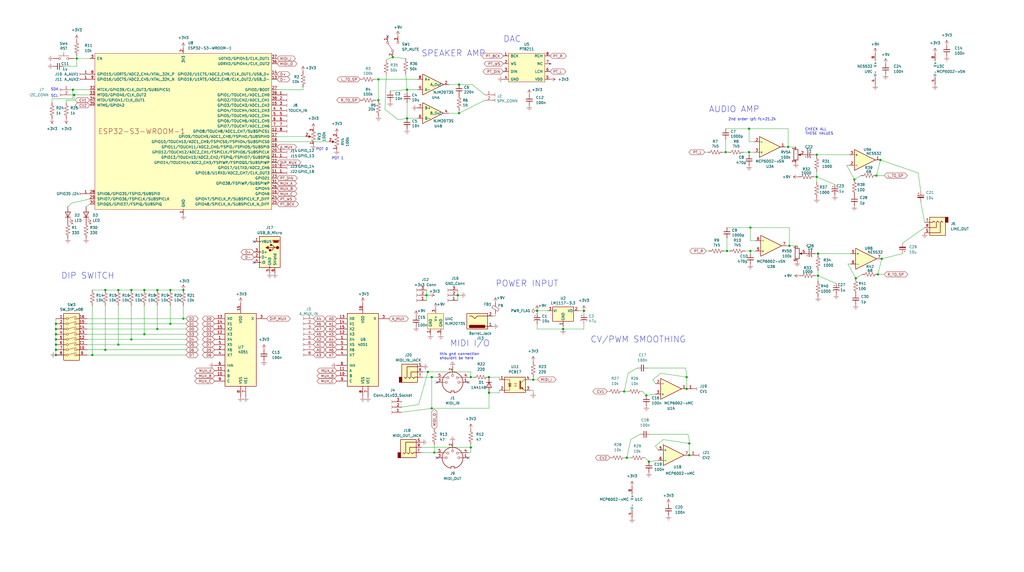
<source format=kicad_sch>
(kicad_sch (version 20230121) (generator eeschema)
  (paper "User" 499.999 279.4)
  (junction (at 184.785 48.895))
  (junction (at 336.55 216.535))
  (junction (at 57.785 141.605))
  (junction (at 335.28 189.865))
  (junction (at 76.835 141.605))
  (junction (at 417.195 87.63))
  (junction (at 224.155 41.275))
  (junction (at 385.445 120.015))
  (junction (at 304.8 191.135))
  (junction (at 83.185 141.605))
  (junction (at 76.835 160.655))
  (junction (at 399.415 123.825))
  (junction (at 64.135 141.605))
  (junction (at 384.81 71.755))
  (junction (at 306.07 223.52))
  (junction (at 315.595 193.04))
  (junction (at 57.785 168.275))
  (junction (at 198.755 43.815))
  (junction (at 45.085 173.355))
  (junction (at 27.305 170.815))
  (junction (at 229.87 184.15))
  (junction (at 36.195 46.355))
  (junction (at 224.155 55.245))
  (junction (at 262.255 151.765))
  (junction (at 398.78 86.36))
  (junction (at 335.28 184.15))
  (junction (at 184.785 38.735))
  (junction (at 427.99 85.725))
  (junction (at 51.435 170.815))
  (junction (at 365.76 74.295))
  (junction (at 51.435 141.605))
  (junction (at 398.78 75.565))
  (junction (at 89.535 141.605))
  (junction (at 198.755 57.785))
  (junction (at 366.395 122.555))
  (junction (at 316.865 225.425))
  (junction (at 64.135 165.735))
  (junction (at 354.965 122.555))
  (junction (at 83.185 158.115))
  (junction (at 27.305 163.195))
  (junction (at 417.83 135.89))
  (junction (at 260.35 185.42))
  (junction (at 223.52 144.145))
  (junction (at 27.305 173.355))
  (junction (at 27.305 165.735))
  (junction (at 210.82 184.15))
  (junction (at 399.415 134.62))
  (junction (at 365.76 62.865))
  (junction (at 238.76 191.77))
  (junction (at 27.305 168.275))
  (junction (at 354.33 74.295))
  (junction (at 210.82 199.39))
  (junction (at 428.625 133.985))
  (junction (at 27.305 160.655))
  (junction (at 37.465 28.575))
  (junction (at 238.76 184.15))
  (junction (at 212.09 220.98))
  (junction (at 274.955 160.655))
  (junction (at 208.28 144.145))
  (junction (at 229.87 218.44))
  (junction (at 336.55 222.25))
  (junction (at 27.305 158.115))
  (junction (at 35.56 43.815))
  (junction (at 285.115 151.765))
  (junction (at 208.915 181.61))
  (junction (at 70.485 163.195))
  (junction (at 429.895 78.105))
  (junction (at 89.535 155.575))
  (junction (at 430.53 126.365))
  (junction (at 366.395 111.125))
  (junction (at 191.77 27.94))
  (junction (at 70.485 141.605))
  (no_connect (at 189.23 17.78))
  (no_connect (at 213.36 186.69))
  (no_connect (at 213.36 223.52))
  (no_connect (at 124.079 128.143))
  (no_connect (at 228.6 223.52))
  (no_connect (at 228.6 186.69))
  (no_connect (at 124.079 117.983))
  (wire (pts (xy 306.07 223.52) (xy 305.435 223.52)))
  (wire (pts (xy 384.81 62.865) (xy 384.81 71.755)))
  (wire (pts (xy 366.395 123.825) (xy 366.395 122.555)))
  (wire (pts (xy 285.115 153.035) (xy 285.115 151.765)))
  (wire (pts (xy 37.465 28.575) (xy 37.465 32.385)))
  (wire (pts (xy 35.56 48.26) (xy 35.56 43.815)))
  (wire (pts (xy 366.395 122.555) (xy 368.935 122.555)))
  (wire (pts (xy 37.465 28.575) (xy 43.815 28.575)))
  (wire (pts (xy 90.805 160.655) (xy 76.835 160.655)))
  (wire (pts (xy 57.785 141.605) (xy 64.135 141.605)))
  (wire (pts (xy 260.35 185.42) (xy 260.35 184.15)))
  (wire (pts (xy 306.07 191.135) (xy 304.8 191.135)))
  (wire (pts (xy 354.33 67.945) (xy 354.33 74.295)))
  (wire (pts (xy 205.74 220.98) (xy 212.09 220.98)))
  (wire (pts (xy 229.87 220.98) (xy 228.6 220.98)))
  (wire (pts (xy 431.8 133.985) (xy 428.625 133.985)))
  (wire (pts (xy 346.075 122.555) (xy 344.805 122.555)))
  (wire (pts (xy 27.305 158.115) (xy 27.305 160.655)))
  (wire (pts (xy 64.135 165.735) (xy 64.135 149.225)))
  (wire (pts (xy 191.77 27.94) (xy 188.595 29.21)))
  (wire (pts (xy 336.55 216.535) (xy 336.55 222.25)))
  (wire (pts (xy 314.96 223.52) (xy 316.865 225.425)))
  (wire (pts (xy 354.33 74.295) (xy 355.6 74.295)))
  (wire (pts (xy 27.305 170.815) (xy 27.305 173.355)))
  (wire (pts (xy 31.115 32.385) (xy 37.465 32.385)))
  (wire (pts (xy 187.96 53.34) (xy 194.31 58.42)))
  (wire (pts (xy 229.87 184.15) (xy 231.14 184.15)))
  (wire (pts (xy 306.07 223.52) (xy 307.975 214.63)))
  (wire (pts (xy 223.52 144.145) (xy 224.79 144.145)))
  (wire (pts (xy 70.485 141.605) (xy 76.835 141.605)))
  (wire (pts (xy 385.445 111.125) (xy 385.445 120.015)))
  (wire (pts (xy 304.8 191.135) (xy 304.165 191.135)))
  (wire (pts (xy 43.815 97.155) (xy 34.925 99.187)))
  (wire (pts (xy 208.915 181.61) (xy 204.47 197.485)))
  (wire (pts (xy 243.84 191.77) (xy 238.76 191.77)))
  (wire (pts (xy 90.805 173.355) (xy 45.085 173.355)))
  (wire (pts (xy 57.785 168.275) (xy 57.785 149.225)))
  (wire (pts (xy 354.965 122.555) (xy 353.695 122.555)))
  (wire (pts (xy 210.82 199.39) (xy 238.76 199.39)))
  (wire (pts (xy 363.22 74.295) (xy 365.76 74.295)))
  (wire (pts (xy 32.385 48.895) (xy 36.195 48.895)))
  (wire (pts (xy 45.085 173.355) (xy 45.085 149.225)))
  (wire (pts (xy 229.87 181.61) (xy 229.87 184.15)))
  (wire (pts (xy 184.785 38.735) (xy 184.785 48.895)))
  (wire (pts (xy 448.31 84.455) (xy 449.58 93.345)))
  (wire (pts (xy 42.545 168.275) (xy 57.785 168.275)))
  (wire (pts (xy 449.58 98.425) (xy 451.485 108.585)))
  (wire (pts (xy 213.36 220.98) (xy 212.09 220.98)))
  (wire (pts (xy 212.09 217.17) (xy 212.09 220.98)))
  (wire (pts (xy 420.37 85.725) (xy 417.195 87.63)))
  (wire (pts (xy 229.87 217.17) (xy 229.87 218.44)))
  (wire (pts (xy 413.385 80.645) (xy 414.655 80.645)))
  (wire (pts (xy 198.12 28.575) (xy 191.77 27.94)))
  (wire (pts (xy 354.33 74.295) (xy 353.06 74.295)))
  (wire (pts (xy 230.505 41.275) (xy 224.155 41.275)))
  (wire (pts (xy 76.835 160.655) (xy 76.835 149.225)))
  (wire (pts (xy 334.645 179.705) (xy 335.28 182.245)))
  (wire (pts (xy 323.85 214.63) (xy 336.55 216.535)))
  (wire (pts (xy 431.8 85.725) (xy 427.99 85.725)))
  (wire (pts (xy 335.28 182.245) (xy 335.28 184.15)))
  (wire (pts (xy 318.77 185.42) (xy 322.58 182.245)))
  (wire (pts (xy 83.185 141.605) (xy 89.535 141.605)))
  (wire (pts (xy 397.51 86.36) (xy 398.78 86.36)))
  (wire (pts (xy 398.78 86.36) (xy 398.78 83.82)))
  (wire (pts (xy 316.865 225.425) (xy 321.31 224.79)))
  (wire (pts (xy 430.53 126.365) (xy 440.69 123.825)))
  (wire (pts (xy 223.52 141.605) (xy 223.52 144.145)))
  (wire (pts (xy 262.255 151.765) (xy 267.335 151.765)))
  (wire (pts (xy 399.415 137.16) (xy 399.415 134.62)))
  (wire (pts (xy 335.915 212.09) (xy 336.55 214.63)))
  (wire (pts (xy 135.255 69.215) (xy 160.655 69.215)))
  (wire (pts (xy 399.415 123.825) (xy 398.145 123.825)))
  (wire (pts (xy 313.69 191.135) (xy 315.595 193.04)))
  (wire (pts (xy 183.515 48.895) (xy 184.785 48.895)))
  (wire (pts (xy 238.76 199.39) (xy 238.76 191.77)))
  (wire (pts (xy 365.76 62.865) (xy 365.76 69.215)))
  (wire (pts (xy 64.135 165.735) (xy 42.545 165.735)))
  (wire (pts (xy 259.08 185.42) (xy 260.35 185.42)))
  (wire (pts (xy 316.23 179.705) (xy 334.645 179.705)))
  (wire (pts (xy 354.965 111.125) (xy 366.395 111.125)))
  (wire (pts (xy 385.445 120.015) (xy 389.255 120.015)))
  (wire (pts (xy 317.5 212.09) (xy 335.915 212.09)))
  (wire (pts (xy 262.255 153.035) (xy 262.255 151.765)))
  (wire (pts (xy 399.415 134.62) (xy 399.415 132.08)))
  (wire (pts (xy 64.135 141.605) (xy 70.485 141.605)))
  (wire (pts (xy 27.305 163.195) (xy 27.305 165.735)))
  (wire (pts (xy 285.115 151.765) (xy 282.575 151.765)))
  (wire (pts (xy 428.625 133.985) (xy 430.53 126.365)))
  (wire (pts (xy 27.305 160.655) (xy 27.305 163.195)))
  (wire (pts (xy 262.255 160.655) (xy 274.955 160.655)))
  (wire (pts (xy 417.83 135.89) (xy 414.02 128.905)))
  (wire (pts (xy 223.52 144.145) (xy 223.52 146.685)))
  (wire (pts (xy 398.145 134.62) (xy 399.415 134.62)))
  (wire (pts (xy 260.35 190.5) (xy 260.35 191.77)))
  (wire (pts (xy 262.509 185.293) (xy 260.35 185.42)))
  (wire (pts (xy 399.415 124.46) (xy 399.415 123.825)))
  (wire (pts (xy 90.805 168.275) (xy 57.785 168.275)))
  (wire (pts (xy 76.835 141.605) (xy 83.185 141.605)))
  (wire (pts (xy 407.67 90.17) (xy 398.78 86.36)))
  (wire (pts (xy 415.29 123.825) (xy 399.415 123.825)))
  (wire (pts (xy 322.58 182.245) (xy 335.28 184.15)))
  (wire (pts (xy 36.195 48.895) (xy 36.195 46.355)))
  (wire (pts (xy 36.195 28.575) (xy 37.465 28.575)))
  (wire (pts (xy 429.895 78.105) (xy 448.31 84.455)))
  (wire (pts (xy 365.76 69.215) (xy 368.3 69.215)))
  (wire (pts (xy 385.445 111.125) (xy 366.395 111.125)))
  (wire (pts (xy 51.435 170.815) (xy 42.545 170.815)))
  (wire (pts (xy 198.755 50.165) (xy 198.755 57.785)))
  (wire (pts (xy 45.085 141.605) (xy 51.435 141.605)))
  (wire (pts (xy 224.155 41.275) (xy 219.075 41.275)))
  (wire (pts (xy 42.545 173.355) (xy 45.085 173.355)))
  (wire (pts (xy 440.69 118.745) (xy 451.485 111.125)))
  (wire (pts (xy 427.99 85.725) (xy 429.895 78.105)))
  (wire (pts (xy 241.935 154.305) (xy 240.665 154.305)))
  (wire (pts (xy 365.76 74.295) (xy 368.3 74.295)))
  (wire (pts (xy 336.55 214.63) (xy 336.55 216.535)))
  (wire (pts (xy 194.31 58.42) (xy 198.755 57.785)))
  (wire (pts (xy 89.535 155.575) (xy 42.545 155.575)))
  (wire (pts (xy 34.925 99.187) (xy 33.147 100.965)))
  (wire (pts (xy 204.47 197.485) (xy 196.215 198.755)))
  (wire (pts (xy 354.965 116.205) (xy 354.965 122.555)))
  (wire (pts (xy 25.4 48.26) (xy 35.56 48.26)))
  (wire (pts (xy 198.755 43.815) (xy 203.835 43.815)))
  (wire (pts (xy 42.545 163.195) (xy 70.485 163.195)))
  (wire (pts (xy 224.155 55.245) (xy 224.155 53.975)))
  (wire (pts (xy 135.255 43.815) (xy 147.955 43.815)))
  (wire (pts (xy 213.36 184.15) (xy 210.82 184.15)))
  (wire (pts (xy 32.385 50.165) (xy 32.385 48.895)))
  (wire (pts (xy 34.29 43.815) (xy 35.56 43.815)))
  (wire (pts (xy 384.81 71.755) (xy 383.54 71.755)))
  (wire (pts (xy 354.33 62.865) (xy 365.76 62.865)))
  (wire (pts (xy 210.82 199.39) (xy 196.215 201.295)))
  (wire (pts (xy 90.805 155.575) (xy 89.535 155.575)))
  (wire (pts (xy 285.115 160.655) (xy 274.955 160.655)))
  (wire (pts (xy 398.78 88.9) (xy 398.78 86.36)))
  (wire (pts (xy 320.04 217.805) (xy 323.85 214.63)))
  (wire (pts (xy 205.74 218.44) (xy 229.87 218.44)))
  (wire (pts (xy 259.08 190.5) (xy 260.35 190.5)))
  (wire (pts (xy 208.28 144.145) (xy 208.28 146.685)))
  (wire (pts (xy 198.12 43.815) (xy 198.755 43.815)))
  (wire (pts (xy 384.81 62.865) (xy 365.76 62.865)))
  (wire (pts (xy 243.84 190.5) (xy 243.84 191.77)))
  (wire (pts (xy 229.87 218.44) (xy 229.87 220.98)))
  (wire (pts (xy 321.31 219.71) (xy 320.04 217.805)))
  (wire (pts (xy 417.195 87.63) (xy 413.385 80.645)))
  (wire (pts (xy 206.375 181.61) (xy 208.915 181.61)))
  (wire (pts (xy 90.805 158.115) (xy 83.185 158.115)))
  (wire (pts (xy 35.56 43.815) (xy 43.815 43.815)))
  (wire (pts (xy 421.005 133.985) (xy 417.83 135.89)))
  (wire (pts (xy 90.805 170.815) (xy 51.435 170.815)))
  (wire (pts (xy 236.855 46.355) (xy 230.505 41.275)))
  (wire (pts (xy 366.395 111.125) (xy 366.395 117.475)))
  (wire (pts (xy 135.255 66.675) (xy 149.225 66.675)))
  (wire (pts (xy 183.515 38.735) (xy 184.785 38.735)))
  (wire (pts (xy 384.81 71.755) (xy 388.62 71.755)))
  (wire (pts (xy 51.435 170.815) (xy 51.435 149.225)))
  (wire (pts (xy 398.78 76.2) (xy 398.78 75.565)))
  (wire (pts (xy 285.115 158.115) (xy 285.115 160.655)))
  (wire (pts (xy 206.375 184.15) (xy 210.82 184.15)))
  (wire (pts (xy 89.535 155.575) (xy 89.535 149.225)))
  (wire (pts (xy 414.02 128.905) (xy 415.29 128.905)))
  (wire (pts (xy 363.855 122.555) (xy 366.395 122.555)))
  (wire (pts (xy 307.975 214.63) (xy 312.42 212.09)))
  (wire (pts (xy 76.835 160.655) (xy 42.545 160.655)))
  (wire (pts (xy 262.255 158.115) (xy 262.255 160.655)))
  (wire (pts (xy 27.305 165.735) (xy 27.305 168.275)))
  (wire (pts (xy 90.805 163.195) (xy 70.485 163.195)))
  (wire (pts (xy 274.955 160.655) (xy 274.955 159.385)))
  (wire (pts (xy 34.29 46.355) (xy 36.195 46.355)))
  (wire (pts (xy 335.28 184.15) (xy 335.28 189.865)))
  (wire (pts (xy 83.185 158.115) (xy 83.185 149.225)))
  (wire (pts (xy 198.12 36.195) (xy 198.755 43.815)))
  (wire (pts (xy 366.395 117.475) (xy 368.935 117.475)))
  (wire (pts (xy 354.965 122.555) (xy 356.235 122.555)))
  (wire (pts (xy 27.305 168.275) (xy 27.305 170.815)))
  (wire (pts (xy 315.595 193.04) (xy 320.04 192.405)))
  (wire (pts (xy 228.6 184.15) (xy 229.87 184.15)))
  (wire (pts (xy 27.305 155.575) (xy 27.305 158.115)))
  (wire (pts (xy 198.755 57.785) (xy 203.835 57.785)))
  (wire (pts (xy 70.485 163.195) (xy 70.485 149.225)))
  (wire (pts (xy 304.8 191.135) (xy 306.705 182.245)))
  (wire (pts (xy 414.655 75.565) (xy 398.78 75.565)))
  (wire (pts (xy 219.075 55.245) (xy 224.155 55.245)))
  (wire (pts (xy 184.785 38.735) (xy 203.835 38.735)))
  (wire (pts (xy 398.78 75.565) (xy 397.51 75.565)))
  (wire (pts (xy 208.28 141.605) (xy 208.28 144.145)))
  (wire (pts (xy 241.935 153.035) (xy 241.935 154.305)))
  (wire (pts (xy 42.545 158.115) (xy 83.185 158.115)))
  (wire (pts (xy 408.305 138.43) (xy 399.415 134.62)))
  (wire (pts (xy 188.595 36.83) (xy 187.96 53.34)))
  (wire (pts (xy 243.84 184.15) (xy 243.84 185.42)))
  (wire (pts (xy 385.445 120.015) (xy 384.175 120.015)))
  (wire (pts (xy 36.195 46.355) (xy 43.815 46.355)))
  (wire (pts (xy 37.465 27.305) (xy 37.465 28.575)))
  (wire (pts (xy 224.155 55.245) (xy 236.855 48.895)))
  (wire (pts (xy 90.805 165.735) (xy 64.135 165.735)))
  (wire (pts (xy 42.037 100.965) (xy 43.815 99.695)))
  (wire (pts (xy 210.82 184.15) (xy 210.82 199.39)))
  (wire (pts (xy 320.04 187.325) (xy 318.77 185.42)))
  (wire (pts (xy 238.76 184.15) (xy 243.84 184.15)))
  (wire (pts (xy 345.44 74.295) (xy 344.17 74.295)))
  (wire (pts (xy 208.915 181.61) (xy 229.87 181.61)))
  (wire (pts (xy 190.5 44.45) (xy 198.12 43.815)))
  (wire (pts (xy 25.4 50.165) (xy 25.4 48.26)))
  (wire (pts (xy 208.28 144.145) (xy 209.55 144.145)))
  (wire (pts (xy 198.755 45.085) (xy 198.755 43.815)))
  (wire (pts (xy 365.76 75.565) (xy 365.76 74.295)))
  (wire (pts (xy 51.435 141.605) (xy 57.785 141.605)))
  (wire (pts (xy 307.34 223.52) (xy 306.07 223.52)))
  (wire (pts (xy 306.705 182.245) (xy 311.15 179.705)))
  (wire (pts (xy 147.955 43.815) (xy 147.955 42.545)))
  (text "this gnd connection\nshouldnt be here\n\n" (at 214.63 177.8 0) (effects (font (size 1.27 1.27)) (justify left bottom)))
  (text "CV/PWM SMOOTHING" (at 288.29 167.64 0) (effects (font (size 3 3)) (justify left bottom)))
  (text "SPEAKER AMP" (at 205.74 27.94 0) (effects (font (size 3 3)) (justify left bottom)))
  (text "POWER INPUT" (at 241.935 140.335 0) (effects (font (size 3 3)) (justify left bottom)))
  (text "CHECK ALL\nTHESE VALUES" (at 393.065 66.04 0) (effects (font (size 1.27 1.27)) (justify left bottom)))
  (text "SCL" (at 24.765 47.625 0) (effects (font (size 1.27 1.27)) (justify left bottom)))
  (text "POT 1\n" (at 161.925 78.105 0) (effects (font (size 1.27 1.27)) (justify left bottom)))
  (text "SDA" (at 24.765 44.45 0) (effects (font (size 1.27 1.27)) (justify left bottom)))
  (text "DAC" (at 245.745 20.955 0) (effects (font (size 3 3)) (justify left bottom)))
  (text "2nd order lpf: fc=21.2k" (at 355.6 59.055 0) (effects (font (size 1.27 1.27)) (justify left bottom)))
  (text "POT 0" (at 154.305 73.66 0) (effects (font (size 1.27 1.27)) (justify left bottom)))
  (text "AUDIO AMP" (at 346.075 55.245 0) (effects (font (size 3 3)) (justify left bottom)))
  (text "DIP SWITCH" (at 29.845 136.525 0) (effects (font (size 3 3)) (justify left bottom)))
  (text "MIDI I/O" (at 219.71 169.545 0) (effects (font (size 3 3)) (justify left bottom)))
  (global_label "PT_R" (shape bidirectional) (at 344.805 122.555 180) (property "Intersheetrefs" "${INTERSHEET_REFS}" (effects hide)))
  (global_label "D7" (shape bidirectional) (at 104.775 168.275 180) (property "Intersheetrefs" "${INTERSHEET_REFS}" (effects hide)))
  (global_label "D2" (shape bidirectional) (at 90.805 155.575 0) (property "Intersheetrefs" "${INTERSHEET_REFS}" (effects hide)))
  (global_label "D4" (shape bidirectional) (at 104.775 165.735 180) (property "Intersheetrefs" "${INTERSHEET_REFS}" (effects hide)))
  (global_label "PT_BCK" (shape bidirectional) (at 245.745 27.305 180) (property "Intersheetrefs" "${INTERSHEET_REFS}" (effects hide)))
  (global_label "PT_WS" (shape bidirectional) (at 245.745 31.115 180) (property "Intersheetrefs" "${INTERSHEET_REFS}" (effects hide)))
  (global_label "CV1" (shape bidirectional) (at 296.545 191.135 180) (property "Intersheetrefs" "${INTERSHEET_REFS}" (effects hide)))
  (global_label "MUX_A" (shape bidirectional) (at 164.465 180.975 180) (property "Intersheetrefs" "${INTERSHEET_REFS}" (effects hide)))
  (global_label "PT_DIN" (shape bidirectional) (at 245.745 34.925 180) (property "Intersheetrefs" "${INTERSHEET_REFS}" (effects hide)))
  (global_label "MIDI_O" (shape bidirectional) (at 212.09 209.55 90) (property "Intersheetrefs" "${INTERSHEET_REFS}" (effects hide)))
  (global_label "A1" (shape bidirectional) (at 164.465 158.115 180) (property "Intersheetrefs" "${INTERSHEET_REFS}" (effects hide)))
  (global_label "D1" (shape bidirectional) (at 104.775 158.115 180) (property "Intersheetrefs" "${INTERSHEET_REFS}" (effects hide)))
  (global_label "L_TO_SP" (shape bidirectional) (at 175.895 38.735 180) (property "Intersheetrefs" "${INTERSHEET_REFS}" (effects hide)))
  (global_label "DIP_MUX" (shape bidirectional) (at 130.175 155.575 0) (property "Intersheetrefs" "${INTERSHEET_REFS}" (effects hide)))
  (global_label "D-" (shape bidirectional) (at 124.079 125.603 180) (property "Intersheetrefs" "${INTERSHEET_REFS}" (effects hide)))
  (global_label "A2" (shape bidirectional) (at 164.465 160.655 180) (property "Intersheetrefs" "${INTERSHEET_REFS}" (effects hide)))
  (global_label "D+" (shape bidirectional) (at 135.255 36.195 0) (property "Intersheetrefs" "${INTERSHEET_REFS}" (effects hide)))
  (global_label "MUX_B" (shape bidirectional) (at 104.775 183.515 180) (property "Intersheetrefs" "${INTERSHEET_REFS}" (effects hide)))
  (global_label "D6" (shape bidirectional) (at 90.805 170.815 0) (property "Intersheetrefs" "${INTERSHEET_REFS}" (effects hide)))
  (global_label "CV1" (shape bidirectional) (at 43.815 48.895 180) (property "Intersheetrefs" "${INTERSHEET_REFS}" (effects hide)))
  (global_label "A5" (shape bidirectional) (at 153.035 163.195 0) (property "Intersheetrefs" "${INTERSHEET_REFS}" (effects hide)))
  (global_label "A1" (shape bidirectional) (at 153.035 168.275 0) (property "Intersheetrefs" "${INTERSHEET_REFS}" (effects hide)))
  (global_label "A7" (shape bidirectional) (at 164.465 173.355 180) (property "Intersheetrefs" "${INTERSHEET_REFS}" (effects hide)))
  (global_label "D5" (shape bidirectional) (at 90.805 168.275 0) (property "Intersheetrefs" "${INTERSHEET_REFS}" (effects hide)))
  (global_label "D7" (shape bidirectional) (at 90.805 173.355 0) (property "Intersheetrefs" "${INTERSHEET_REFS}" (effects hide)))
  (global_label "A4" (shape bidirectional) (at 153.035 155.575 0) (property "Intersheetrefs" "${INTERSHEET_REFS}" (effects hide)))
  (global_label "MIDI_I" (shape bidirectional) (at 135.255 28.575 0) (property "Intersheetrefs" "${INTERSHEET_REFS}" (effects hide)))
  (global_label "D3" (shape bidirectional) (at 90.805 163.195 0) (property "Intersheetrefs" "${INTERSHEET_REFS}" (effects hide)))
  (global_label "A6" (shape bidirectional) (at 153.035 158.115 0) (property "Intersheetrefs" "${INTERSHEET_REFS}" (effects hide)))
  (global_label "PT_BCK" (shape bidirectional) (at 135.255 99.695 0) (property "Intersheetrefs" "${INTERSHEET_REFS}" (effects hide)))
  (global_label "PT_L" (shape bidirectional) (at 344.17 74.295 180) (property "Intersheetrefs" "${INTERSHEET_REFS}" (effects hide)))
  (global_label "D2" (shape bidirectional) (at 104.775 160.655 180) (property "Intersheetrefs" "${INTERSHEET_REFS}" (effects hide)))
  (global_label "MIDI_O" (shape bidirectional) (at 135.255 31.115 0) (property "Intersheetrefs" "${INTERSHEET_REFS}" (effects hide)))
  (global_label "MUX_B" (shape bidirectional) (at 135.255 92.075 0) (property "Intersheetrefs" "${INTERSHEET_REFS}" (effects hide)))
  (global_label "D+" (shape bidirectional) (at 124.079 123.063 180) (property "Intersheetrefs" "${INTERSHEET_REFS}" (effects hide)))
  (global_label "DIP_MUX" (shape bidirectional) (at 135.255 79.375 0) (property "Intersheetrefs" "${INTERSHEET_REFS}" (effects hide)))
  (global_label "A4" (shape bidirectional) (at 164.465 165.735 180) (property "Intersheetrefs" "${INTERSHEET_REFS}" (effects hide)))
  (global_label "A_MUX" (shape bidirectional) (at 135.255 71.755 0) (property "Intersheetrefs" "${INTERSHEET_REFS}" (effects hide)))
  (global_label "MUX_A" (shape bidirectional) (at 135.255 89.535 0) (property "Intersheetrefs" "${INTERSHEET_REFS}" (effects hide)))
  (global_label "CV2" (shape bidirectional) (at 297.815 223.52 180) (property "Intersheetrefs" "${INTERSHEET_REFS}" (effects hide)))
  (global_label "A5" (shape bidirectional) (at 164.465 168.275 180) (property "Intersheetrefs" "${INTERSHEET_REFS}" (effects hide)))
  (global_label "MUX_B" (shape bidirectional) (at 164.465 183.515 180) (property "Intersheetrefs" "${INTERSHEET_REFS}" (effects hide)))
  (global_label "PT_DIN" (shape bidirectional) (at 135.255 86.995 0) (property "Intersheetrefs" "${INTERSHEET_REFS}" (effects hide)))
  (global_label "PT_L" (shape bidirectional) (at 268.605 34.925 0) (property "Intersheetrefs" "${INTERSHEET_REFS}" (effects hide)))
  (global_label "A3" (shape bidirectional) (at 153.035 173.355 0) (property "Intersheetrefs" "${INTERSHEET_REFS}" (effects hide)))
  (global_label "A0" (shape bidirectional) (at 164.465 155.575 180) (property "Intersheetrefs" "${INTERSHEET_REFS}" (effects hide)))
  (global_label "MUX_C" (shape bidirectional) (at 164.465 186.055 180) (property "Intersheetrefs" "${INTERSHEET_REFS}" (effects hide)))
  (global_label "D-" (shape bidirectional) (at 135.255 38.735 0) (property "Intersheetrefs" "${INTERSHEET_REFS}" (effects hide)))
  (global_label "MUX_C" (shape bidirectional) (at 135.255 94.615 0) (property "Intersheetrefs" "${INTERSHEET_REFS}" (effects hide)))
  (global_label "MUX_A" (shape bidirectional) (at 104.775 180.975 180) (property "Intersheetrefs" "${INTERSHEET_REFS}" (effects hide)))
  (global_label "MIDI_I" (shape bidirectional) (at 262.509 185.293 0) (property "Intersheetrefs" "${INTERSHEET_REFS}" (effects hide)))
  (global_label "D4" (shape bidirectional) (at 90.805 165.735 0) (property "Intersheetrefs" "${INTERSHEET_REFS}" (effects hide)))
  (global_label "A3" (shape bidirectional) (at 164.465 163.195 180) (property "Intersheetrefs" "${INTERSHEET_REFS}" (effects hide)))
  (global_label "R_TO_SP" (shape bidirectional) (at 431.8 133.985 0) (property "Intersheetrefs" "${INTERSHEET_REFS}" (effects hide)))
  (global_label "D5" (shape bidirectional) (at 104.775 170.815 180) (property "Intersheetrefs" "${INTERSHEET_REFS}" (effects hide)))
  (global_label "PT_WS" (shape bidirectional) (at 135.255 97.155 0) (property "Intersheetrefs" "${INTERSHEET_REFS}" (effects hide)))
  (global_label "A0" (shape bidirectional) (at 153.035 170.815 0) (property "Intersheetrefs" "${INTERSHEET_REFS}" (effects hide)))
  (global_label "D0" (shape bidirectional) (at 104.775 155.575 180) (property "Intersheetrefs" "${INTERSHEET_REFS}" (effects hide)))
  (global_label "D6" (shape bidirectional) (at 104.775 173.355 180) (property "Intersheetrefs" "${INTERSHEET_REFS}" (effects hide)))
  (global_label "A6" (shape bidirectional) (at 164.465 170.815 180) (property "Intersheetrefs" "${INTERSHEET_REFS}" (effects hide)))
  (global_label "R_TO_SP" (shape bidirectional) (at 175.895 48.895 180) (property "Intersheetrefs" "${INTERSHEET_REFS}" (effects hide)))
  (global_label "D0" (shape bidirectional) (at 90.805 160.655 0) (property "Intersheetrefs" "${INTERSHEET_REFS}" (effects hide)))
  (global_label "D3" (shape bidirectional) (at 104.775 163.195 180) (property "Intersheetrefs" "${INTERSHEET_REFS}" (effects hide)))
  (global_label "MUX_C" (shape bidirectional) (at 104.775 186.055 180) (property "Intersheetrefs" "${INTERSHEET_REFS}" (effects hide)))
  (global_label "A7" (shape bidirectional) (at 153.035 160.655 0) (property "Intersheetrefs" "${INTERSHEET_REFS}" (effects hide)))
  (global_label "PT_R" (shape bidirectional) (at 268.605 27.305 0) (property "Intersheetrefs" "${INTERSHEET_REFS}" (effects hide)))
  (global_label "A_MUX" (shape bidirectional) (at 189.865 155.575 0) (property "Intersheetrefs" "${INTERSHEET_REFS}" (effects hide)))
  (global_label "L_TO_SP" (shape bidirectional) (at 431.8 85.725 0) (property "Intersheetrefs" "${INTERSHEET_REFS}" (effects hide)))
  (global_label "CV2" (shape bidirectional) (at 43.815 51.435 180) (property "Intersheetrefs" "${INTERSHEET_REFS}" (effects hide)))
  (global_label "D1" (shape bidirectional) (at 90.805 158.115 0) (property "Intersheetrefs" "${INTERSHEET_REFS}" (effects hide)))
  (global_label "A2" (shape bidirectional) (at 153.035 165.735 0) (property "Intersheetrefs" "${INTERSHEET_REFS}" (effects hide)))
  (symbol (lib_id "Device:R_US") (at 147.955 38.735 0) (mirror y) (unit 1)
    (property "Reference" "R2" (at 146.2278 37.5666 0) (effects (justify left)))
    (property "Value" "10k" (at 146.2278 39.878 0) (effects (justify left)))
    (property "Footprint" "Resistor_SMD:R_0603_1608Metric_Pad0.98x0.95mm_HandSolder" (effects hide))
  )
  (symbol (lib_id "ESP32_AudioBoard_Rev3-rescue:+3.3V-power") (at 147.955 34.925 0) (mirror y) (unit 1)
    (property "Reference" "#PWR08" (effects hide))
    (property "Value" "+3.3V" (at 151.765 33.147 0))
  )
  (symbol (lib_id "ESP32_AudioBoard_Rev3-rescue:LM1117-3.3-Regulator_Linear") (at 274.955 151.765 0) (unit 1)
    (property "Reference" "U2" (at 274.955 145.6182 0))
    (property "Value" "LM1117-3.3" (at 274.955 147.9296 0))
    (property "Footprint" "Package_TO_SOT_SMD:SOT-223" (effects hide))
    (property "Datasheet" "http://www.ti.com/lit/ds/symlink/lm1117.pdf" (effects hide))
  )
  (symbol (lib_id "ESP32_AudioBoard_Rev3-rescue:CP1_Small-Device") (at 262.255 155.575 0) (unit 1)
    (property "Reference" "C1" (at 264.5664 154.4066 0) (effects (justify left)))
    (property "Value" "10u" (at 264.5664 156.718 0) (effects (justify left)))
    (property "Footprint" "Capacitor_THT:CP_Radial_D5.0mm_P2.50mm" (effects hide))
  )
  (symbol (lib_id "ESP32_AudioBoard_Rev3-rescue:CP1_Small-Device") (at 285.115 155.575 0) (unit 1)
    (property "Reference" "C2" (at 287.4264 154.4066 0) (effects (justify left)))
    (property "Value" "47u" (at 287.4264 156.718 0) (effects (justify left)))
    (property "Footprint" "Capacitor_THT:CP_Radial_D5.0mm_P2.50mm" (effects hide))
  )
  (symbol (lib_id "power:Earth") (at 274.955 160.655 0) (unit 1)
    (property "Reference" "#PWR03" (effects hide))
    (property "Value" "Earth" (effects hide))
  )
  (symbol (lib_id "power:+9V") (at 262.255 151.765 0) (unit 1)
    (property "Reference" "#PWR01" (effects hide))
    (property "Value" "+9V" (at 264.795 149.225 0))
  )
  (symbol (lib_id "ESP32_AudioBoard_Rev3-rescue:NJM2073S-modular_synth") (at 210.185 41.275 0) (mirror x) (unit 1)
    (property "Reference" "U4" (at 212.725 47.625 0))
    (property "Value" "NJM2073S" (at 216.535 45.085 0))
    (property "Footprint" "Package_SIP:SIP-9_21.54x3mm_P2.54mm" (effects hide))
  )
  (symbol (lib_id "ESP32_AudioBoard_Rev3-rescue:NJM2073S-modular_synth") (at 210.185 55.245 0) (mirror x) (unit 2)
    (property "Reference" "U4" (at 213.995 61.595 0))
    (property "Value" "NJM2073S" (at 216.535 59.055 0))
    (property "Footprint" "Package_SIP:SIP-9_21.54x3mm_P2.54mm" (effects hide))
  )
  (symbol (lib_id "ESP32_AudioBoard_Rev3-rescue:NJM2073S-modular_synth") (at 212.725 156.845 0) (unit 3)
    (property "Reference" "U4" (at 217.2462 155.6766 0) (effects (justify left)))
    (property "Value" "NJM2073S" (at 217.2462 157.988 0) (effects (justify left)))
    (property "Footprint" "Package_SIP:SIP-9_21.54x3mm_P2.54mm" (effects hide))
  )
  (symbol (lib_id "power:Earth") (at 210.185 163.195 0) (unit 1)
    (property "Reference" "#PWR013" (effects hide))
    (property "Value" "Earth" (effects hide))
  )
  (symbol (lib_id "power:Earth") (at 215.265 163.195 0) (unit 1)
    (property "Reference" "#PWR014" (effects hide))
    (property "Value" "Earth" (effects hide))
  )
  (symbol (lib_id "ESP32_AudioBoard_Rev3-rescue:CP1_Small-Device") (at 198.755 47.625 0) (unit 1)
    (property "Reference" "C4" (at 201.0664 46.4566 0) (effects (justify left)))
    (property "Value" "10u" (at 201.0664 48.768 0) (effects (justify left)))
    (property "Footprint" "Capacitor_THT:CP_Radial_D5.0mm_P2.50mm" (effects hide))
  )
  (symbol (lib_id "power:Earth") (at 203.835 52.705 270) (unit 1)
    (property "Reference" "#PWR022" (effects hide))
    (property "Value" "Earth" (effects hide))
  )
  (symbol (lib_id "Device:C_Small") (at 198.755 60.325 0) (unit 1)
    (property "Reference" "C5" (at 201.0918 59.1566 0) (effects (justify left)))
    (property "Value" "10n" (at 201.0918 61.468 0) (effects (justify left)))
    (property "Footprint" "Capacitor_SMD:C_0603_1608Metric_Pad1.08x0.95mm_HandSolder" (effects hide))
  )
  (symbol (lib_id "power:Earth") (at 198.755 62.865 0) (unit 1)
    (property "Reference" "#PWR021" (effects hide))
    (property "Value" "Earth" (effects hide))
  )
  (symbol (lib_id "Device:C_Small") (at 224.155 43.815 0) (unit 1)
    (property "Reference" "C6" (at 226.4918 42.6466 0) (effects (justify left)))
    (property "Value" "220n" (at 226.4918 44.958 0) (effects (justify left)))
    (property "Footprint" "Capacitor_SMD:C_0603_1608Metric_Pad1.08x0.95mm_HandSolder" (effects hide))
  )
  (symbol (lib_id "Device:R_US") (at 224.155 50.165 0) (unit 1)
    (property "Reference" "R6" (at 225.8822 48.9966 0) (effects (justify left)))
    (property "Value" "16" (at 225.8822 51.308 0) (effects (justify left)))
    (property "Footprint" "Resistor_SMD:R_0603_1608Metric_Pad0.98x0.95mm_HandSolder" (effects hide))
  )
  (symbol (lib_id "ESP32_AudioBoard_Rev3-rescue:Conn_01x02_Female-Connector") (at 241.935 46.355 0) (unit 1)
    (property "Reference" "J2" (at 242.6462 46.9646 0) (effects (justify left)))
    (property "Value" "SPK_CONN" (at 242.6462 49.276 0) (effects (justify left)))
    (property "Footprint" "Connector_PinHeader_2.54mm:PinHeader_1x02_P2.54mm_Vertical" (effects hide))
  )
  (symbol (lib_id "power:+9V") (at 212.725 150.495 0) (unit 1)
    (property "Reference" "#PWR012" (effects hide))
    (property "Value" "+9V" (at 215.265 148.59 0))
  )
  (symbol (lib_id "Device:R_US") (at 179.705 48.895 270) (unit 1)
    (property "Reference" "R4" (at 179.705 43.688 90))
    (property "Value" "100k" (at 179.705 45.9994 90))
    (property "Footprint" "Resistor_SMD:R_0603_1608Metric_Pad0.98x0.95mm_HandSolder" (effects hide))
  )
  (symbol (lib_id "Device:R_US") (at 184.785 52.705 180) (unit 1)
    (property "Reference" "R5" (at 180.975 51.435 0) (effects (justify right)))
    (property "Value" "20k" (at 179.705 53.34 0) (effects (justify right)))
    (property "Footprint" "Resistor_SMD:R_0603_1608Metric_Pad0.98x0.95mm_HandSolder" (effects hide))
  )
  (symbol (lib_id "power:Earth") (at 184.785 56.515 0) (unit 1)
    (property "Reference" "#PWR019" (effects hide))
    (property "Value" "Earth" (effects hide))
  )
  (symbol (lib_id "power:Earth") (at 427.355 41.275 0) (unit 1)
    (property "Reference" "#PWR011" (effects hide))
    (property "Value" "Earth" (effects hide))
  )
  (symbol (lib_id "Switch:SW_DIP_x08") (at 34.925 165.735 0) (unit 1)
    (property "Reference" "SW3" (at 34.925 148.7932 0))
    (property "Value" "SW_DIP_x08" (at 34.925 151.1046 0))
    (property "Footprint" "Package_DIP:DIP-16_W7.62mm_Socket" (effects hide))
  )
  (symbol (lib_id "4xxx:4051") (at 117.475 170.815 0) (unit 1)
    (property "Reference" "U7" (at 116.205 169.545 0) (effects (justify left)))
    (property "Value" "4051" (at 116.205 171.8564 0) (effects (justify left)))
    (property "Footprint" "Package_SO:SOIC-16_3.9x9.9mm_P1.27mm" (effects hide))
    (property "Datasheet" "http://www.intersil.com/content/dam/Intersil/documents/cd40/cd4051bms-52bms-53bms.pdf" (effects hide))
  )
  (symbol (lib_id "Device:R_US") (at 89.535 145.415 0) (unit 1)
    (property "Reference" "R21" (at 91.2622 144.2466 0) (effects (justify left)))
    (property "Value" "10k" (at 91.2622 146.558 0) (effects (justify left)))
    (property "Footprint" "Resistor_SMD:R_0603_1608Metric_Pad0.98x0.95mm_HandSolder" (effects hide))
  )
  (symbol (lib_id "Device:R_US") (at 83.185 145.415 0) (unit 1)
    (property "Reference" "R20" (at 84.9122 144.2466 0) (effects (justify left)))
    (property "Value" "10k" (at 84.9122 146.558 0) (effects (justify left)))
    (property "Footprint" "Resistor_SMD:R_0603_1608Metric_Pad0.98x0.95mm_HandSolder" (effects hide))
  )
  (symbol (lib_id "Device:R_US") (at 76.835 145.415 0) (unit 1)
    (property "Reference" "R19" (at 78.5622 144.2466 0) (effects (justify left)))
    (property "Value" "10k" (at 78.5622 146.558 0) (effects (justify left)))
    (property "Footprint" "Resistor_SMD:R_0603_1608Metric_Pad0.98x0.95mm_HandSolder" (effects hide))
  )
  (symbol (lib_id "Device:R_US") (at 70.485 145.415 0) (unit 1)
    (property "Reference" "R18" (at 72.2122 144.2466 0) (effects (justify left)))
    (property "Value" "10k" (at 72.2122 146.558 0) (effects (justify left)))
    (property "Footprint" "Resistor_SMD:R_0603_1608Metric_Pad0.98x0.95mm_HandSolder" (effects hide))
  )
  (symbol (lib_id "Device:R_US") (at 64.135 145.415 0) (unit 1)
    (property "Reference" "R17" (at 65.8622 144.2466 0) (effects (justify left)))
    (property "Value" "10k" (at 65.8622 146.558 0) (effects (justify left)))
    (property "Footprint" "Resistor_SMD:R_0603_1608Metric_Pad0.98x0.95mm_HandSolder" (effects hide))
  )
  (symbol (lib_id "Device:R_US") (at 57.785 145.415 0) (unit 1)
    (property "Reference" "R16" (at 59.5122 144.2466 0) (effects (justify left)))
    (property "Value" "10k" (at 59.5122 146.558 0) (effects (justify left)))
    (property "Footprint" "Resistor_SMD:R_0603_1608Metric_Pad0.98x0.95mm_HandSolder" (effects hide))
  )
  (symbol (lib_id "Device:R_US") (at 51.435 145.415 0) (unit 1)
    (property "Reference" "R15" (at 53.1622 144.2466 0) (effects (justify left)))
    (property "Value" "10k" (at 53.1622 146.558 0) (effects (justify left)))
    (property "Footprint" "Resistor_SMD:R_0603_1608Metric_Pad0.98x0.95mm_HandSolder" (effects hide))
  )
  (symbol (lib_id "Device:R_US") (at 45.085 145.415 0) (unit 1)
    (property "Reference" "R14" (at 46.8122 144.2466 0) (effects (justify left)))
    (property "Value" "10k" (at 46.8122 146.558 0) (effects (justify left)))
    (property "Footprint" "Resistor_SMD:R_0603_1608Metric_Pad0.98x0.95mm_HandSolder" (effects hide))
  )
  (symbol (lib_id "ESP32_AudioBoard_Rev3-rescue:+3.3V-power") (at 89.535 141.605 0) (unit 1)
    (property "Reference" "#PWR036" (effects hide))
    (property "Value" "+3.3V" (at 89.916 137.2108 0))
  )
  (symbol (lib_id "ESP32_AudioBoard_Rev3-rescue:+3.3V-power") (at 117.475 147.955 0) (unit 1)
    (property "Reference" "#PWR038" (effects hide))
    (property "Value" "+3.3V" (at 117.856 143.5608 0))
  )
  (symbol (lib_id "power:Earth") (at 120.015 193.675 0) (unit 1)
    (property "Reference" "#PWR040" (effects hide))
    (property "Value" "Earth" (effects hide))
  )
  (symbol (lib_id "power:Earth") (at 117.475 193.675 0) (unit 1)
    (property "Reference" "#PWR039" (effects hide))
    (property "Value" "Earth" (effects hide))
  )
  (symbol (lib_id "power:Earth") (at 104.775 178.435 270) (unit 1)
    (property "Reference" "#PWR037" (effects hide))
    (property "Value" "Earth" (effects hide))
  )
  (symbol (lib_id "power:Earth") (at 27.305 173.355 270) (unit 1)
    (property "Reference" "#PWR035" (effects hide))
    (property "Value" "Earth" (effects hide))
  )
  (symbol (lib_id "4xxx:4051") (at 177.165 170.815 0) (unit 1)
    (property "Reference" "U6" (at 175.895 165.735 0) (effects (justify left)))
    (property "Value" "4051" (at 174.625 168.275 0) (effects (justify left)))
    (property "Footprint" "Package_SO:SOIC-16_3.9x9.9mm_P1.27mm" (effects hide))
    (property "Datasheet" "http://www.intersil.com/content/dam/Intersil/documents/cd40/cd4051bms-52bms-53bms.pdf" (effects hide))
  )
  (symbol (lib_id "ESP32_AudioBoard_Rev3-rescue:+3.3V-power") (at 177.165 147.955 0) (unit 1)
    (property "Reference" "#PWR032" (effects hide))
    (property "Value" "+3.3V" (at 177.546 143.5608 0))
  )
  (symbol (lib_id "power:Earth") (at 179.705 193.675 0) (unit 1)
    (property "Reference" "#PWR034" (effects hide))
    (property "Value" "Earth" (effects hide))
  )
  (symbol (lib_id "power:Earth") (at 177.165 193.675 0) (unit 1)
    (property "Reference" "#PWR033" (effects hide))
    (property "Value" "Earth" (effects hide))
  )
  (symbol (lib_id "power:Earth") (at 164.465 178.435 270) (unit 1)
    (property "Reference" "#PWR031" (effects hide))
    (property "Value" "Earth" (effects hide))
  )
  (symbol (lib_id "ESP32_AudioBoard_Rev3-rescue:Conn_01x08_Female-Connector") (at 147.955 163.195 0) (mirror y) (unit 1)
    (property "Reference" "J3" (at 150.6982 150.876 0))
    (property "Value" "A_MUX_IN" (at 150.6982 153.1874 0))
    (property "Footprint" "Connector_PinHeader_2.54mm:PinHeader_2x04_P2.54mm_Vertical" (effects hide))
  )
  (symbol (lib_id "ESP32_AudioBoard_Rev3-rescue:Conn_01x08_Female-Connector") (at 140.335 53.975 0) (unit 1)
    (property "Reference" "J8" (at 144.145 51.435 0))
    (property "Value" "TOUCH_IN" (at 145.415 53.975 0))
    (property "Footprint" "Connector_PinHeader_2.54mm:PinHeader_2x04_P2.54mm_Vertical" (effects hide))
  )
  (symbol (lib_id "ESP32_AudioBoard_Rev3-rescue:Conn_01x02_Female-Connector") (at 29.21 43.815 0) (mirror y) (unit 1)
    (property "Reference" "J7" (at 20.32 43.815 0))
    (property "Value" "I2C_CONN" (at 19.05 46.355 0))
    (property "Footprint" "Connector_PinHeader_2.54mm:PinHeader_1x02_P2.54mm_Vertical" (effects hide))
  )
  (symbol (lib_id "power:PWR_FLAG") (at 262.255 151.765 90) (unit 1)
    (property "Reference" "#FLG01" (effects hide))
    (property "Value" "PWR_FLAG" (at 259.0292 151.765 90) (effects (justify left)))
  )
  (symbol (lib_id "Connector:Barrel_Jack") (at 233.045 156.845 0) (mirror x) (unit 1)
    (property "Reference" "J13" (at 234.4928 165.1 0))
    (property "Value" "Barrel_Jack" (at 234.4928 162.7886 0))
    (property "Footprint" "mason_parts:BarrelJack_Horizontal" (effects hide))
  )
  (symbol (lib_id "power:+9V") (at 241.935 147.955 0) (unit 1)
    (property "Reference" "#PWR0101" (effects hide))
    (property "Value" "+9V" (at 244.475 145.415 0))
  )
  (symbol (lib_id "power:Earth") (at 240.665 159.385 90) (unit 1)
    (property "Reference" "#PWR0102" (effects hide))
    (property "Value" "Earth" (effects hide))
  )
  (symbol (lib_id "ESP32_AudioBoard_Rev3-rescue:R_POT_US-Device") (at 153.035 66.675 180) (unit 1)
    (property "Reference" "RV3" (at 155.9052 66.675 90))
    (property "Value" "100k" (at 158.2166 66.675 90))
    (property "Footprint" "Connector_PinHeader_2.54mm:PinHeader_1x03_P2.54mm_Vertical" (effects hide))
  )
  (symbol (lib_id "ESP32_AudioBoard_Rev3-rescue:R_POT_US-Device") (at 164.465 69.215 180) (unit 1)
    (property "Reference" "RV4" (at 167.3352 69.215 90))
    (property "Value" "100k" (at 169.6466 69.215 90))
    (property "Footprint" "Connector_PinHeader_2.54mm:PinHeader_1x03_P2.54mm_Vertical" (effects hide))
  )
  (symbol (lib_id "power:Earth") (at 164.465 73.025 0) (unit 1)
    (property "Reference" "#PWR045" (effects hide))
    (property "Value" "Earth" (effects hide))
  )
  (symbol (lib_id "power:Earth") (at 153.035 70.485 0) (unit 1)
    (property "Reference" "#PWR043" (effects hide))
    (property "Value" "Earth" (effects hide))
  )
  (symbol (lib_id "ESP32_AudioBoard_Rev3-rescue:PT8211-modular_synth") (at 257.175 32.385 0) (unit 1)
    (property "Reference" "U5" (at 257.175 21.59 0))
    (property "Value" "PT8211" (at 257.175 23.9014 0))
    (property "Footprint" "Package_SO:SOIC-8_3.9x4.9mm_P1.27mm" (effects hide))
  )
  (symbol (lib_id "power:Earth") (at 245.745 38.735 270) (unit 1)
    (property "Reference" "#PWR0104" (effects hide))
    (property "Value" "Earth" (effects hide))
  )
  (symbol (lib_id "Device:C_Small") (at 365.76 78.105 0) (unit 1)
    (property "Reference" "C8" (at 360.68 76.835 0) (effects (justify left)))
    (property "Value" "470p" (at 359.41 79.375 0) (effects (justify left)))
    (property "Footprint" "Capacitor_SMD:C_0603_1608Metric_Pad1.08x0.95mm_HandSolder" (effects hide))
  )
  (symbol (lib_id "power:Earth") (at 365.76 80.645 0) (unit 1)
    (property "Reference" "#PWR025" (effects hide))
    (property "Value" "Earth" (effects hide))
  )
  (symbol (lib_id "Device:R_US") (at 359.41 74.295 90) (unit 1)
    (property "Reference" "R8" (at 359.41 69.088 90))
    (property "Value" "7k5" (at 359.41 71.3994 90))
    (property "Footprint" "Resistor_SMD:R_0603_1608Metric_Pad0.98x0.95mm_HandSolder" (effects hide))
  )
  (symbol (lib_id "Device:R_US") (at 349.25 74.295 90) (unit 1)
    (property "Reference" "R7" (at 349.25 69.088 90))
    (property "Value" "7k5" (at 349.25 71.3994 90))
    (property "Footprint" "Resistor_SMD:R_0603_1608Metric_Pad0.98x0.95mm_HandSolder" (effects hide))
  )
  (symbol (lib_id "Device:C_Small") (at 354.33 65.405 0) (unit 1)
    (property "Reference" "C7" (at 356.6668 64.2366 0) (effects (justify left)))
    (property "Value" "1000p" (at 356.6668 66.548 0) (effects (justify left)))
    (property "Footprint" "Capacitor_SMD:C_0603_1608Metric_Pad1.08x0.95mm_HandSolder" (effects hide))
  )
  (symbol (lib_id "power:Earth") (at 388.62 79.375 0) (unit 1)
    (property "Reference" "#PWR023" (effects hide))
    (property "Value" "Earth" (effects hide))
  )
  (symbol (lib_id "Connector:Conn_01x01_Socket") (at 140.335 76.835 0) (unit 1)
    (property "Reference" "J15" (at 141.605 76.2 0) (effects (justify left)))
    (property "Value" "GPIO_13" (at 145.415 76.073 0) (effects (justify left)))
    (property "Footprint" "Connector_Pin:Pin_D1.0mm_L10.0mm" (effects hide))
  )
  (symbol (lib_id "power:+3V3") (at 326.39 246.38 0) (unit 1)
    (property "Reference" "#PWR078" (effects hide))
    (property "Value" "+3V3" (at 326.39 241.935 0))
  )
  (symbol (lib_id "Device:R_US") (at 188.595 33.02 0) (unit 1)
    (property "Reference" "R35" (at 190.5 31.75 0) (effects (justify left)))
    (property "Value" "50k" (at 190.5 34.29 0) (effects (justify left)))
    (property "Footprint" "Resistor_SMD:R_0603_1608Metric_Pad0.98x0.95mm_HandSolder" (effects hide))
  )
  (symbol (lib_id "Device:C_Small") (at 417.195 97.79 0) (unit 1)
    (property "Reference" "C28" (at 419.735 96.5263 0) (effects (justify left)))
    (property "Value" "1p" (at 419.735 99.0663 0) (effects (justify left)))
    (property "Footprint" "Capacitor_SMD:C_0603_1608Metric_Pad1.08x0.95mm_HandSolder" (effects hide))
  )
  (symbol (lib_id "Connector:DIN-5_180degree") (at 220.98 186.69 0) (mirror y) (unit 1)
    (property "Reference" "J1" (at 220.9799 194.31 0))
    (property "Value" "MIDI_IN" (at 220.9799 196.85 0))
    (property "Datasheet" "http://www.mouser.com/ds/2/18/40_c091_abd_e-75918.pdf" (effects hide))
  )
  (symbol (lib_id "power:Earth") (at 258.445 51.435 0) (unit 1)
    (property "Reference" "#PWR053" (effects hide))
    (property "Value" "Earth" (effects hide))
  )
  (symbol (lib_id "power:+9V") (at 390.525 134.62 90) (unit 1)
    (property "Reference" "#PWR024" (effects hide))
    (property "Value" "+9V" (at 386.715 134.62 90) (effects (justify left)))
  )
  (symbol (lib_id "power:Earth") (at 407.67 95.25 0) (unit 1)
    (property "Reference" "#PWR061" (effects hide))
    (property "Value" "Earth" (effects hide))
  )
  (symbol (lib_id "power:Earth") (at 26.035 32.385 270) (unit 1)
    (property "Reference" "#PWR049" (effects hide))
    (property "Value" "Earth" (effects hide))
  )
  (symbol (lib_id "Device:LED") (at 33.147 104.775 90) (unit 1)
    (property "Reference" "D2" (at 36.322 105.0925 90) (effects (justify right)))
    (property "Value" "LED" (at 36.322 107.6325 90) (effects (justify right)))
    (property "Footprint" "LED_THT:LED_D3.0mm_Clear" (effects hide))
  )
  (symbol (lib_id "Device:R_Potentiometer_Dual_Separate") (at 388.62 75.565 0) (unit 1)
    (property "Reference" "RV5" (at 386.08 74.295 0) (effects (justify right)))
    (property "Value" "100k" (at 386.08 76.835 0) (effects (justify right)))
    (property "Footprint" "mason_parts:Dual_Green_Pot" (effects hide))
  )
  (symbol (lib_id "Device:C_Small") (at 316.865 227.965 0) (unit 1)
    (property "Reference" "C19" (at 319.405 226.7013 0) (effects (justify left)))
    (property "Value" "100n" (at 319.405 229.2413 0) (effects (justify left)))
    (property "Footprint" "Capacitor_SMD:C_0603_1608Metric_Pad1.08x0.95mm_HandSolder" (effects hide))
  )
  (symbol (lib_id "power:Earth") (at 451.485 113.665 0) (unit 1)
    (property "Reference" "#PWR030" (effects hide))
    (property "Value" "Earth" (effects hide))
  )
  (symbol (lib_id "power:+3V3") (at 153.035 62.865 0) (unit 1)
    (property "Reference" "#PWR028" (effects hide))
    (property "Value" "+3V3" (at 153.035 57.785 0))
  )
  (symbol (lib_id "power:+3V3") (at 229.87 209.55 0) (unit 1)
    (property "Reference" "#PWR063" (effects hide))
    (property "Value" "+3V3" (at 229.87 204.47 0))
  )
  (symbol (lib_id "Device:C_Small") (at 366.395 126.365 0) (unit 1)
    (property "Reference" "C10" (at 361.315 125.095 0) (effects (justify left)))
    (property "Value" "470p" (at 360.045 127.635 0) (effects (justify left)))
    (property "Footprint" "Capacitor_SMD:C_0603_1608Metric_Pad1.08x0.95mm_HandSolder" (effects hide))
  )
  (symbol (lib_id "Device:FerriteBead_Small") (at 241.935 150.495 180) (unit 1)
    (property "Reference" "FB1" (at 240.03 148.59 0) (effects (justify left)))
    (property "Value" "FB" (at 245.745 149.225 0) (effects (justify left)))
    (property "Footprint" "Inductor_SMD:L_0805_2012Metric_Pad1.15x1.40mm_HandSolder" (effects hide))
  )
  (symbol (lib_id "power:+3V3") (at 462.28 22.225 0) (unit 1)
    (property "Reference" "#PWR056" (effects hide))
    (property "Value" "+3V3" (at 462.28 17.145 0))
  )
  (symbol (lib_id "power:+9V") (at 203.2 154.305 0) (unit 1)
    (property "Reference" "#PWR067" (effects hide))
    (property "Value" "+9V" (at 205.74 151.765 0))
  )
  (symbol (lib_id "power:Earth") (at 134.239 133.223 0) (unit 1)
    (property "Reference" "#PWR06" (effects hide))
    (property "Value" "Earth" (effects hide))
  )
  (symbol (lib_id "Connector:DIN-5_180degree") (at 220.98 223.52 0) (mirror y) (unit 1)
    (property "Reference" "J9" (at 220.9799 231.14 0))
    (property "Value" "MIDI_OUT" (at 220.9799 233.68 0))
    (property "Datasheet" "http://www.mouser.com/ds/2/18/40_c091_abd_e-75918.pdf" (effects hide))
  )
  (symbol (lib_id "power:Earth") (at 205.74 215.9 90) (unit 1)
    (property "Reference" "#PWR073" (effects hide))
    (property "Value" "Earth" (effects hide))
  )
  (symbol (lib_id "power:Earth") (at 190.5 49.53 0) (unit 1)
    (property "Reference" "#PWR09" (effects hide))
    (property "Value" "Earth" (effects hide))
  )
  (symbol (lib_id "power:Earth") (at 462.28 27.305 0) (unit 1)
    (property "Reference" "#PWR057" (effects hide))
    (property "Value" "Earth" (effects hide))
  )
  (symbol (lib_id "Device:R_US") (at 179.705 38.735 270) (unit 1)
    (property "Reference" "R3" (at 179.705 33.528 90))
    (property "Value" "100k" (at 179.705 35.8394 90))
    (property "Footprint" "Resistor_SMD:R_0603_1608Metric_Pad0.98x0.95mm_HandSolder" (effects hide))
  )
  (symbol (lib_id "power:Earth") (at 131.699 133.223 0) (unit 1)
    (property "Reference" "#PWR07" (effects hide))
    (property "Value" "Earth" (effects hide))
  )
  (symbol (lib_id "power:Earth") (at 399.415 144.78 0) (unit 1)
    (property "Reference" "#PWR027" (effects hide))
    (property "Value" "Earth" (effects hide))
  )
  (symbol (lib_id "power:Earth") (at 42.037 116.205 0) (unit 1)
    (property "Reference" "#PWR04" (effects hide))
    (property "Value" "Earth" (effects hide))
  )
  (symbol (lib_id "Device:R_US") (at 424.815 133.985 270) (unit 1)
    (property "Reference" "R42" (at 424.815 130.175 90))
    (property "Value" "68" (at 424.815 132.08 90))
    (property "Footprint" "Resistor_SMD:R_0603_1608Metric_Pad0.98x0.95mm_HandSolder" (effects hide))
  )
  (symbol (lib_id "Connector:Conn_01x01_Socket") (at 38.735 38.735 180) (unit 1)
    (property "Reference" "J11" (at 28.575 38.735 0))
    (property "Value" "A_AUX2" (at 34.925 38.735 0))
    (property "Footprint" "Connector_Pin:Pin_D1.0mm_L10.0mm" (effects hide))
  )
  (symbol (lib_id "Device:R_US") (at 32.385 53.975 0) (unit 1)
    (property "Reference" "R25" (at 34.29 52.705 0) (effects (justify left)))
    (property "Value" "1k" (at 34.29 55.245 0) (effects (justify left)))
    (property "Footprint" "Resistor_SMD:R_0603_1608Metric_Pad0.98x0.95mm_HandSolder" (effects hide))
  )
  (symbol (lib_id "Device:R_US") (at 37.465 23.495 0) (unit 1)
    (property "Reference" "R11" (at 41.275 22.225 0) (effects (justify left)))
    (property "Value" "10k" (at 41.275 24.765 0) (effects (justify left)))
    (property "Footprint" "Resistor_SMD:R_0603_1608Metric_Pad0.98x0.95mm_HandSolder" (effects hide))
  )
  (symbol (lib_id "Device:C_Small") (at 354.965 113.665 0) (unit 1)
    (property "Reference" "C9" (at 357.3018 112.4966 0) (effects (justify left)))
    (property "Value" "1000p" (at 357.3018 114.808 0) (effects (justify left)))
    (property "Footprint" "Capacitor_SMD:C_0603_1608Metric_Pad1.08x0.95mm_HandSolder" (effects hide))
  )
  (symbol (lib_id "Connector:Conn_01x01_Socket") (at 340.36 189.865 0) (unit 1)
    (property "Reference" "J19" (at 341.63 188.595 0) (effects (justify left)))
    (property "Value" "CV1" (at 341.63 191.135 0) (effects (justify left)))
    (property "Footprint" "Connector_Pin:Pin_D1.0mm_L10.0mm" (effects hide))
  )
  (symbol (lib_id "Device:R_US") (at 398.78 92.71 0) (unit 1)
    (property "Reference" "R37" (at 400.05 91.44 0) (effects (justify left)))
    (property "Value" "1000" (at 400.05 93.98 0) (effects (justify left)))
    (property "Footprint" "Resistor_SMD:R_0603_1608Metric_Pad0.98x0.95mm_HandSolder" (effects hide))
  )
  (symbol (lib_id "Device:R_US") (at 33.147 112.395 0) (unit 1)
    (property "Reference" "R1" (at 34.925 111.125 0) (effects (justify left)))
    (property "Value" "330" (at 34.925 113.665 0) (effects (justify left)))
    (property "Footprint" "Resistor_SMD:R_0603_1608Metric_Pad0.98x0.95mm_HandSolder" (effects hide))
  )
  (symbol (lib_id "power:Earth") (at 89.535 104.775 0) (unit 1)
    (property "Reference" "#PWR042" (effects hide))
    (property "Value" "Earth" (effects hide))
  )
  (symbol (lib_id "Amplifier_Operational:MCP6002-xSN") (at 375.92 71.755 0) (mirror x) (unit 1)
    (property "Reference" "U3" (at 375.92 81.28 0))
    (property "Value" "MCP6002-xSN" (at 375.92 78.74 0))
    (property "Footprint" "Package_SO:SOIC-8_3.9x4.9mm_P1.27mm" (effects hide))
    (property "Datasheet" "http://ww1.microchip.com/downloads/en/DeviceDoc/21733j.pdf" (effects hide))
  )
  (symbol (lib_id "power:Earth") (at 417.195 100.33 0) (unit 1)
    (property "Reference" "#PWR085" (effects hide))
    (property "Value" "Earth" (effects hide))
  )
  (symbol (lib_id "Device:C_Small") (at 432.435 33.655 180) (unit 1)
    (property "Reference" "C24" (at 436.245 32.3786 0) (effects (justify right)))
    (property "Value" "100n" (at 436.245 34.9186 0) (effects (justify right)))
    (property "Footprint" "Capacitor_SMD:C_0603_1608Metric_Pad1.08x0.95mm_HandSolder" (effects hide))
  )
  (symbol (lib_id "power:+3V3") (at 308.61 237.49 0) (unit 1)
    (property "Reference" "#PWR076" (effects hide))
    (property "Value" "+3V3" (at 308.61 232.41 0))
  )
  (symbol (lib_id "Device:C_Polarized_Small_US") (at 395.605 123.825 90) (unit 1)
    (property "Reference" "C26" (at 395.605 120.015 90))
    (property "Value" "1u" (at 395.605 121.285 90))
    (property "Footprint" "Capacitor_SMD:CP_Elec_4x5.4" (effects hide))
  )
  (symbol (lib_id "power:Earth") (at 224.79 144.145 90) (unit 1)
    (property "Reference" "#PWR070" (effects hide))
    (property "Value" "Earth" (effects hide))
  )
  (symbol (lib_id "power:+3V3") (at 164.465 65.405 0) (unit 1)
    (property "Reference" "#PWR026" (effects hide))
    (property "Value" "+3V3" (at 164.465 60.325 0))
  )
  (symbol (lib_id "Device:R_US") (at 398.78 80.01 0) (unit 1)
    (property "Reference" "R31" (at 401.32 78.74 0) (effects (justify left)))
    (property "Value" "1000" (at 401.32 81.28 0) (effects (justify left)))
    (property "Footprint" "Resistor_SMD:R_0603_1608Metric_Pad0.98x0.95mm_HandSolder" (effects hide))
  )
  (symbol (lib_id "power:+3V3") (at 285.115 151.765 0) (unit 1)
    (property "Reference" "#PWR05" (effects hide))
    (property "Value" "+3V3" (at 285.115 146.685 0))
  )
  (symbol (lib_id "power:Earth") (at 398.78 96.52 0) (unit 1)
    (property "Reference" "#PWR048" (effects hide))
    (property "Value" "Earth" (effects hide))
  )
  (symbol (lib_id "power:+9V") (at 432.435 31.115 0) (unit 1)
    (property "Reference" "#PWR083" (effects hide))
    (property "Value" "+9V" (at 432.435 26.67 0))
  )
  (symbol (lib_id "Device:R_US") (at 349.885 122.555 90) (unit 1)
    (property "Reference" "R9" (at 349.885 117.348 90))
    (property "Value" "7k5" (at 349.885 119.6594 90))
    (property "Footprint" "Resistor_SMD:R_0603_1608Metric_Pad0.98x0.95mm_HandSolder" (effects hide))
  )
  (symbol (lib_id "power:+3V3") (at 128.905 170.815 0) (unit 1)
    (property "Reference" "#PWR054" (effects hide))
    (property "Value" "+3V3" (at 128.905 165.735 0))
  )
  (symbol (lib_id "power:Earth") (at 206.375 179.07 90) (unit 1)
    (property "Reference" "#PWR072" (effects hide))
    (property "Value" "Earth" (effects hide))
  )
  (symbol (lib_id "power:Earth") (at 260.35 191.77 0) (unit 1)
    (property "Reference" "#PWR066" (effects hide))
    (property "Value" "Earth" (effects hide))
  )
  (symbol (lib_id "Connector:Conn_01x01_Socket") (at 140.335 81.915 0) (unit 1)
    (property "Reference" "J23" (at 141.605 81.28 0) (effects (justify left)))
    (property "Value" "GPIO_14" (at 145.415 81.28 0) (effects (justify left)))
    (property "Footprint" "Connector_Pin:Pin_D1.0mm_L10.0mm" (effects hide))
  )
  (symbol (lib_id "power:Earth") (at 432.435 36.195 0) (unit 1)
    (property "Reference" "#PWR084" (effects hide))
    (property "Value" "Earth" (effects hide))
  )
  (symbol (lib_id "power:Earth") (at 220.98 179.07 180) (unit 1)
    (property "Reference" "#PWR064" (effects hide))
    (property "Value" "Earth" (effects hide))
  )
  (symbol (lib_id "Connector_Audio:AudioJack3") (at 201.295 181.61 0) (unit 1)
    (property "Reference" "J20" (at 199.39 173.355 0))
    (property "Value" "MIDI_IN_JACK" (at 199.39 175.895 0))
    (property "Footprint" "mason_parts:Jack_3.5mm_CUI_SJ1-3535NG_Horizontal_NO_FRONT" (effects hide))
  )
  (symbol (lib_id "Device:C_Polarized_Small_US") (at 408.305 140.97 0) (unit 1)
    (property "Reference" "C27" (at 408.94 139.065 0) (effects (justify left)))
    (property "Value" "1u" (at 410.21 141.605 0) (effects (justify left)))
    (property "Footprint" "Capacitor_SMD:CP_Elec_4x5.4" (effects hide))
  )
  (symbol (lib_id "Connector_Audio:AudioJack3") (at 456.565 111.125 180) (unit 1)
    (property "Reference" "J6" (at 464.185 109.22 0) (effects (justify right)))
    (property "Value" "LINE_OUT" (at 464.185 111.76 0) (effects (justify right)))
    (property "Footprint" "mason_parts:Jack_3.5mm_CUI_SJ1-3535NG_Horizontal_NO_FRONT" (effects hide))
  )
  (symbol (lib_id "power:Earth") (at 417.83 148.59 0) (unit 1)
    (property "Reference" "#PWR086" (effects hide))
    (property "Value" "Earth" (effects hide))
  )
  (symbol (lib_id "PCM_Espressif:ESP32-S3-WROOM-1") (at 89.535 64.135 0) (unit 1)
    (property "Reference" "U8" (at 91.7291 20.955 0) (effects (justify left)))
    (property "Value" "ESP32-S3-WROOM-1" (at 91.7291 23.495 0) (effects (justify left)))
    (property "Footprint" "PCM_Espressif:ESP32-S3-WROOM-1" (effects hide))
    (property "Datasheet" "https://www.espressif.com/sites/default/files/documentation/esp32-s3-wroom-1_wroom-1u_datasheet_en.pdf" (effects hide))
  )
  (symbol (lib_id "Isolator:PC817") (at 251.46 187.96 0) (unit 1)
    (property "Reference" "U11" (at 251.46 179.07 0))
    (property "Value" "PC817" (at 251.46 181.61 0))
    (property "Footprint" "Package_DIP:DIP-4_W7.62mm" (effects hide))
    (property "Datasheet" "http://www.soselectronic.cz/a_info/resource/d/pc817.pdf" (effects hide))
  )
  (symbol (lib_id "Device:C_Polarized_Small") (at 440.69 121.285 180) (unit 1)
    (property "Reference" "C29" (at 443.865 120.5611 0) (effects (justify right)))
    (property "Value" "10u" (at 443.865 123.1011 0) (effects (justify right)))
    (property "Footprint" "Capacitor_SMD:CP_Elec_4x5.4" (effects hide))
  )
  (symbol (lib_id "Device:R_US") (at 260.35 180.34 0) (unit 1)
    (property "Reference" "R23" (at 262.89 179.07 0) (effects (justify left)))
    (property "Value" "220" (at 262.89 181.61 0) (effects (justify left)))
    (property "Footprint" "Resistor_SMD:R_0603_1608Metric_Pad0.98x0.95mm_HandSolder" (effects hide))
  )
  (symbol (lib_id "Amplifier_Operational:MCP6002-xMC") (at 327.66 189.865 0) (mirror x) (unit 1)
    (property "Reference" "U1" (at 327.66 199.39 0))
    (property "Value" "MCP6002-xMC" (at 331.47 196.85 0))
    (property "Footprint" "Package_SO:SOIC-8_3.9x4.9mm_P1.27mm" (effects hide))
    (property "Datasheet" "http://ww1.microchip.com/downloads/en/DeviceDoc/21733j.pdf" (effects hide))
  )
  (symbol (lib_id "power:+3V3") (at 268.605 38.735 270) (unit 1)
    (property "Reference" "#PWR016" (effects hide))
    (property "Value" "+3V3" (at 272.415 38.735 90) (effects (justify left)))
  )
  (symbol (lib_id "power:+3V3") (at 209.55 144.145 270) (unit 1)
    (property "Reference" "#PWR071" (effects hide))
    (property "Value" "+3V3" (at 209.55 142.24 90) (effects (justify left)))
  )
  (symbol (lib_id "power:Earth") (at 26.035 28.575 270) (unit 1)
    (property "Reference" "#PWR051" (effects hide))
    (property "Value" "Earth" (effects hide))
  )
  (symbol (lib_id "Device:C_Small") (at 417.83 146.05 0) (unit 1)
    (property "Reference" "C30" (at 420.37 144.7863 0) (effects (justify left)))
    (property "Value" "1p" (at 420.37 147.3263 0) (effects (justify left)))
    (property "Footprint" "Capacitor_SMD:C_0603_1608Metric_Pad1.08x0.95mm_HandSolder" (effects hide))
  )
  (symbol (lib_id "Amplifier_Operational:MCP6002-xMC") (at 328.93 222.25 0) (unit 2)
    (property "Reference" "U1" (at 330.835 227.965 0))
    (property "Value" "MCP6002-xMC" (at 332.105 231.14 0))
    (property "Footprint" "Package_SO:SOIC-8_3.9x4.9mm_P1.27mm" (effects hide))
    (property "Datasheet" "http://ww1.microchip.com/downloads/en/DeviceDoc/21733j.pdf" (effects hide))
  )
  (symbol (lib_id "power:+3V3") (at 32.385 57.785 180) (unit 1)
    (property "Reference" "#PWR069" (effects hide))
    (property "Value" "+3V3" (at 32.385 62.865 0))
  )
  (symbol (lib_id "power:+3V3") (at 258.445 46.355 0) (unit 1)
    (property "Reference" "#PWR052" (effects hide))
    (property "Value" "+3V3" (at 262.255 43.815 0))
  )
  (symbol (lib_id "Amplifier_Operational:MCP6002-xSN") (at 459.105 33.655 0) (unit 3)
    (property "Reference" "U3" (at 457.2 32.385 0) (effects (justify left)))
    (property "Value" "MCP6002-xSN" (at 457.2 34.925 0) (effects (justify left)))
    (property "Footprint" "Package_SO:SOIC-8_3.9x4.9mm_P1.27mm" (effects hide))
    (property "Datasheet" "http://ww1.microchip.com/downloads/en/DeviceDoc/21733j.pdf" (effects hide))
  )
  (symbol (lib_id "Device:R_US") (at 229.87 213.36 0) (unit 1)
    (property "Reference" "R12" (at 232.41 212.09 0) (effects (justify left)))
    (property "Value" "47" (at 232.41 214.63 0) (effects (justify left)))
    (property "Footprint" "Resistor_SMD:R_0603_1608Metric_Pad0.98x0.95mm_HandSolder" (effects hide))
  )
  (symbol (lib_id "Device:R_US") (at 399.415 128.27 0) (unit 1)
    (property "Reference" "R34" (at 401.955 127 0) (effects (justify left)))
    (property "Value" "1000" (at 401.955 129.54 0) (effects (justify left)))
    (property "Footprint" "Resistor_SMD:R_0603_1608Metric_Pad0.98x0.95mm_HandSolder" (effects hide))
  )
  (symbol (lib_id "power:Earth") (at 326.39 251.46 0) (unit 1)
    (property "Reference" "#PWR079" (effects hide))
    (property "Value" "Earth" (effects hide))
  )
  (symbol (lib_id "Switch:SW_Push") (at 31.115 28.575 0) (unit 1)
    (property "Reference" "SW4" (at 31.115 21.336 0))
    (property "Value" "RST" (at 31.115 23.6474 0))
    (property "Footprint" "Button_Switch_SMD:SW_Push_1P1T_NO_6x6mm_H9.5mm" (effects hide))
  )
  (symbol (lib_id "Device:C_Small") (at 128.905 173.355 180) (unit 1)
    (property "Reference" "C13" (at 132.715 172.0786 0) (effects (justify right)))
    (property "Value" "100n" (at 132.715 174.6186 0) (effects (justify right)))
    (property "Footprint" "Capacitor_SMD:C_0603_1608Metric_Pad1.08x0.95mm_HandSolder" (effects hide))
  )
  (symbol (lib_id "Device:R_US") (at 311.15 223.52 90) (unit 1)
    (property "Reference" "R29" (at 311.15 217.805 90))
    (property "Value" "10k" (at 311.15 220.345 90))
    (property "Footprint" "Resistor_SMD:R_0603_1608Metric_Pad0.98x0.95mm_HandSolder" (effects hide))
  )
  (symbol (lib_id "power:+3V3") (at 456.565 26.035 0) (unit 1)
    (property "Reference" "#PWR010" (effects hide))
    (property "Value" "+3V3" (at 456.565 20.955 0))
  )
  (symbol (lib_id "Device:C_Small") (at 462.28 24.765 180) (unit 1)
    (property "Reference" "C14" (at 466.09 23.4886 0) (effects (justify right)))
    (property "Value" "100n" (at 466.09 26.0286 0) (effects (justify right)))
    (property "Footprint" "Capacitor_SMD:C_0603_1608Metric_Pad1.08x0.95mm_HandSolder" (effects hide))
  )
  (symbol (lib_id "Amplifier_Operational:NE5532") (at 422.91 126.365 0) (unit 2)
    (property "Reference" "U9" (at 424.18 121.285 0))
    (property "Value" "NE5532" (at 427.355 123.19 0))
    (property "Footprint" "Package_SO:SOIC-8_3.9x4.9mm_P1.27mm" (effects hide))
    (property "Datasheet" "http://www.ti.com/lit/ds/symlink/ne5532.pdf" (effects hide))
  )
  (symbol (lib_id "Connector:Conn_01x01_Socket") (at 140.335 74.295 0) (unit 1)
    (property "Reference" "J14" (at 141.605 73.66 0) (effects (justify left)))
    (property "Value" "GPIO_12" (at 145.415 73.533 0) (effects (justify left)))
    (property "Footprint" "Connector_Pin:Pin_D1.0mm_L10.0mm" (effects hide))
  )
  (symbol (lib_id "Device:C_Small") (at 190.5 46.99 0) (unit 1)
    (property "Reference" "C3" (at 192.8368 45.8216 0) (effects (justify left)))
    (property "Value" "10n" (at 192.8368 48.133 0) (effects (justify left)))
    (property "Footprint" "Capacitor_SMD:C_0603_1608Metric_Pad1.08x0.95mm_HandSolder" (effects hide))
  )
  (symbol (lib_id "Connector:Conn_01x01_Socket") (at 38.735 36.195 180) (unit 1)
    (property "Reference" "J10" (at 28.575 36.195 0))
    (property "Value" "A_AUX1" (at 34.925 36.195 0))
    (property "Footprint" "Connector_Pin:Pin_D1.0mm_L10.0mm" (effects hide))
  )
  (symbol (lib_id "Amplifier_Operational:MCP6002-xMC") (at 311.15 245.11 0) (unit 3)
    (property "Reference" "U1" (at 309.88 243.84 0) (effects (justify left)))
    (property "Value" "MCP6002-xMC" (at 292.735 243.84 0) (effects (justify left)))
    (property "Footprint" "Package_SO:SOIC-8_3.9x4.9mm_P1.27mm" (effects hide))
    (property "Datasheet" "http://ww1.microchip.com/downloads/en/DeviceDoc/21733j.pdf" (effects hide))
  )
  (symbol (lib_id "power:+9V") (at 427.355 26.035 0) (unit 1)
    (property "Reference" "#PWR082" (effects hide))
    (property "Value" "+9V" (at 427.355 21.59 0))
  )
  (symbol (lib_id "Device:LED") (at 42.037 104.775 90) (unit 1)
    (property "Reference" "D3" (at 45.212 105.0925 90) (effects (justify right)))
    (property "Value" "LED" (at 45.212 107.6325 90) (effects (justify right)))
    (property "Footprint" "LED_THT:LED_D3.0mm_Clear" (effects hide))
  )
  (symbol (lib_id "Amplifier_Operational:NE5532") (at 429.895 33.655 0) (unit 3)
    (property "Reference" "U9" (at 426.085 34.925 0) (effects (justify right)))
    (property "Value" "NE5532" (at 426.085 32.385 0) (effects (justify right)))
    (property "Footprint" "Package_SO:SOIC-8_3.9x4.9mm_P1.27mm" (effects hide))
    (property "Datasheet" "http://www.ti.com/lit/ds/symlink/ne5532.pdf" (effects hide))
  )
  (symbol (lib_id "power:Earth") (at 220.98 215.9 180) (unit 1)
    (property "Reference" "#PWR020" (effects hide))
    (property "Value" "Earth" (effects hide))
  )
  (symbol (lib_id "power:Earth") (at 456.565 41.275 0) (unit 1)
    (property "Reference" "#PWR062" (effects hide))
    (property "Value" "Earth" (effects hide))
  )
  (symbol (lib_id "Device:R_Potentiometer_Dual_Separate") (at 389.255 123.825 0) (unit 2)
    (property "Reference" "RV5" (at 386.715 122.555 0) (effects (justify right)))
    (property "Value" "100k" (at 386.715 125.095 0) (effects (justify right)))
    (property "Footprint" "mason_parts:Dual_Green_Pot" (effects hide))
  )
  (symbol (lib_id "Device:R_US") (at 42.037 112.395 0) (unit 1)
    (property "Reference" "R30" (at 43.815 111.125 0) (effects (justify left)))
    (property "Value" "330" (at 43.815 113.665 0) (effects (justify left)))
    (property "Footprint" "Resistor_SMD:R_0603_1608Metric_Pad0.98x0.95mm_HandSolder" (effects hide))
  )
  (symbol (lib_id "Device:C_Small") (at 314.96 212.09 90) (unit 1)
    (property "Reference" "C18" (at 314.9663 205.105 90))
    (property "Value" "100n" (at 314.9663 207.645 90))
    (property "Footprint" "Capacitor_SMD:C_0603_1608Metric_Pad1.08x0.95mm_HandSolder" (effects hide))
  )
  (symbol (lib_id "Device:R_US") (at 393.7 86.36 90) (unit 1)
    (property "Reference" "R32" (at 393.7 82.55 90))
    (property "Value" "1000" (at 393.7 84.455 90))
    (property "Footprint" "Resistor_SMD:R_0603_1608Metric_Pad0.98x0.95mm_HandSolder" (effects hide))
  )
  (symbol (lib_id "Device:C_Small") (at 28.575 32.385 270) (unit 1)
    (property "Reference" "C11" (at 29.845 31.115 90) (effects (justify left)))
    (property "Value" "1u" (at 30.48 33.655 90) (effects (justify left)))
    (property "Footprint" "Capacitor_THT:CP_Radial_D5.0mm_P2.50mm" (effects hide))
  )
  (symbol (lib_id "power:Earth") (at 389.255 127.635 0) (unit 1)
    (property "Reference" "#PWR018" (effects hide))
    (property "Value" "Earth" (effects hide))
  )
  (symbol (lib_id "Device:R_US") (at 424.18 85.725 270) (unit 1)
    (property "Reference" "R39" (at 424.18 81.915 90))
    (property "Value" "68" (at 424.18 83.82 90))
    (property "Footprint" "Resistor_SMD:R_0603_1608Metric_Pad0.98x0.95mm_HandSolder" (effects hide))
  )
  (symbol (lib_id "Connector:Conn_01x01_Socket") (at 38.735 94.615 180) (unit 1)
    (property "Reference" "J24" (at 36.83 94.615 0))
    (property "Value" "GPIO35" (at 31.115 94.615 0))
    (property "Footprint" "Connector_Pin:Pin_D1.0mm_L10.0mm" (effects hide))
  )
  (symbol (lib_id "power:Earth") (at 308.61 252.73 0) (unit 1)
    (property "Reference" "#PWR077" (effects hide))
    (property "Value" "Earth" (effects hide))
  )
  (symbol (lib_id "power:Earth") (at 366.395 128.905 0) (unit 1)
    (property "Reference" "#PWR017" (effects hide))
    (property "Value" "Earth" (effects hide))
  )
  (symbol (lib_id "Device:C_Polarized_Small") (at 449.58 95.885 0) (unit 1)
    (property "Reference" "C21" (at 452.12 94.0689 0) (effects (justify left)))
    (property "Value" "10u" (at 452.12 96.6089 0) (effects (justify left)))
    (property "Footprint" "Capacitor_SMD:CP_Elec_4x5.4" (effects hide))
  )
  (symbol (lib_id "Connector:USB_B_Micro") (at 131.699 123.063 0) (mirror y) (unit 1)
    (property "Reference" "J17" (at 131.699 111.125 0))
    (property "Value" "USB_B_Micro" (at 131.699 113.665 0))
    (property "Footprint" "Connector_USB:USB_Micro-B_Molex-105017-0001" (effects hide))
  )
  (symbol (lib_id "Amplifier_Operational:NE5532") (at 422.275 78.105 0) (unit 1)
    (property "Reference" "U9" (at 423.545 73.025 0))
    (property "Value" "NE5532" (at 426.72 74.93 0))
    (property "Footprint" "Package_SO:SOIC-8_3.9x4.9mm_P1.27mm" (effects hide))
    (property "Datasheet" "http://www.ti.com/lit/ds/symlink/ne5532.pdf" (effects hide))
  )
  (symbol (lib_id "power:+3V3") (at 89.535 23.495 0) (unit 1)
    (property "Reference" "#PWR041" (effects hide))
    (property "Value" "+3V3" (at 89.535 18.415 0))
  )
  (symbol (lib_id "power:+3V3") (at 260.35 176.53 0) (unit 1)
    (property "Reference" "#PWR065" (effects hide))
    (property "Value" "+3V3" (at 260.35 171.45 0))
  )
  (symbol (lib_id "power:+9V") (at 194.31 17.78 0) (unit 1)
    (property "Reference" "#PWR029" (effects hide))
    (property "Value" "+9V" (at 194.31 13.335 0))
  )
  (symbol (lib_id "Device:R_US") (at 198.12 32.385 0) (unit 1)
    (property "Reference" "R36" (at 200.025 31.115 0) (effects (justify left)))
    (property "Value" "50k" (at 200.025 33.655 0) (effects (justify left)))
    (property "Footprint" "Resistor_SMD:R_0603_1608Metric_Pad0.98x0.95mm_HandSolder" (effects hide))
  )
  (symbol (lib_id "Device:C_Polarized_Small_US") (at 407.67 92.71 0) (unit 1)
    (property "Reference" "C23" (at 408.305 90.805 0) (effects (justify left)))
    (property "Value" "1u" (at 409.575 93.345 0) (effects (justify left)))
    (property "Footprint" "Capacitor_SMD:CP_Elec_4x5.4" (effects hide))
  )
  (symbol (lib_id "Device:R_US") (at 234.95 184.15 90) (unit 1)
    (property "Reference" "R22" (at 234.95 177.8 90))
    (property "Value" "220" (at 234.95 180.34 90))
    (property "Footprint" "Resistor_SMD:R_0603_1608Metric_Pad0.98x0.95mm_HandSolder" (effects hide))
  )
  (symbol (lib_id "Device:R_US") (at 399.415 140.97 0) (unit 1)
    (property "Reference" "R40" (at 400.685 139.7 0) (effects (justify left)))
    (property "Value" "1000" (at 400.685 142.24 0) (effects (justify left)))
    (property "Footprint" "Resistor_SMD:R_0603_1608Metric_Pad0.98x0.95mm_HandSolder" (effects hide))
  )
  (symbol (lib_id "Device:C_Small") (at 203.2 156.845 180) (unit 1)
    (property "Reference" "C15" (at 203.835 154.94 0) (effects (justify right)))
    (property "Value" "100n" (at 203.835 158.75 0) (effects (justify right)))
    (property "Footprint" "Capacitor_SMD:C_0603_1608Metric_Pad1.08x0.95mm_HandSolder" (effects hide))
  )
  (symbol (lib_id "Device:R_US") (at 417.83 139.7 0) (unit 1)
    (property "Reference" "R41" (at 419.1 138.43 0) (effects (justify left)))
    (property "Value" "100" (at 419.1 140.97 0) (effects (justify left)))
    (property "Footprint" "Resistor_SMD:R_0603_1608Metric_Pad0.98x0.95mm_HandSolder" (effects hide))
  )
  (symbol (lib_id "Device:C_Small") (at 258.445 48.895 180) (unit 1)
    (property "Reference" "C12" (at 261.62 47.625 0) (effects (justify right)))
    (property "Value" "100n" (at 261.62 50.165 0) (effects (justify right)))
    (property "Footprint" "Capacitor_SMD:C_0603_1608Metric_Pad1.08x0.95mm_HandSolder" (effects hide))
  )
  (symbol (lib_id "Switch:SW_SPDT") (at 191.77 22.86 90) (unit 1)
    (property "Reference" "SW1" (at 196.215 21.59 90) (effects (justify right)))
    (property "Value" "SP_MUTE" (at 196.215 24.13 90) (effects (justify right)))
    (property "Footprint" "Connector_PinHeader_2.54mm:PinHeader_1x03_P2.54mm_Vertical" (effects hide))
  )
  (symbol (lib_id "power:Earth") (at 408.305 143.51 0) (unit 1)
    (property "Reference" "#PWR058" (effects hide))
    (property "Value" "Earth" (effects hide))
  )
  (symbol (lib_id "Device:R_US") (at 394.335 134.62 90) (unit 1)
    (property "Reference" "R33" (at 394.335 130.81 90))
    (property "Value" "1000" (at 394.335 132.715 90))
    (property "Footprint" "Resistor_SMD:R_0603_1608Metric_Pad0.98x0.95mm_HandSolder" (effects hide))
  )
  (symbol (lib_id "Connector:Conn_01x01_Socket") (at 341.63 222.25 0) (unit 1)
    (property "Reference" "J21" (at 342.9 220.98 0) (effects (justify left)))
    (property "Value" "CV2" (at 342.9 223.52 0) (effects (justify left)))
    (property "Footprint" "Connector_Pin:Pin_D1.0mm_L10.0mm" (effects hide))
  )
  (symbol (lib_id "Connector_Audio:AudioJack3") (at 200.66 218.44 0) (unit 1)
    (property "Reference" "J18" (at 198.755 210.185 0))
    (property "Value" "MIDI_OUT_JACK" (at 198.755 212.725 0))
    (property "Footprint" "mason_parts:Jack_3.5mm_CUI_SJ1-3535NG_Horizontal_NO_FRONT" (effects hide))
  )
  (symbol (lib_id "Connector:Conn_01x03_Socket") (at 191.135 198.755 180) (unit 1)
    (property "Reference" "J4" (at 191.77 190.5 0))
    (property "Value" "Conn_01x03_Socket" (at 191.77 193.04 0))
  )
  (symbol (lib_id "power:+3V3") (at 25.4 57.785 180) (unit 1)
    (property "Reference" "#PWR068" (effects hide))
    (property "Value" "+3V3" (at 25.4 62.865 0))
  )
  (symbol (lib_id "power:+3V3") (at 37.465 19.685 0) (unit 1)
    (property "Reference" "#PWR050" (effects hide))
    (property "Value" "+3V3" (at 37.465 14.605 0))
  )
  (symbol (lib_id "Device:C_Polarized_Small_US") (at 394.97 75.565 90) (unit 1)
    (property "Reference" "C22" (at 394.97 71.755 90))
    (property "Value" "1u" (at 394.97 73.025 90))
    (property "Footprint" "Capacitor_SMD:CP_Elec_4x5.4" (effects hide))
  )
  (symbol (lib_id "Connector:Conn_01x03_Socket") (at 203.2 144.145 180) (unit 1)
    (property "Reference" "J12" (at 207.645 136.525 0))
    (property "Value" "+3v3 Conn" (at 207.645 139.065 0))
    (property "Footprint" "Connector_PinHeader_2.54mm:PinHeader_1x03_P2.54mm_Vertical" (effects hide))
  )
  (symbol (lib_id "power:Earth") (at 315.595 198.12 0) (unit 1)
    (property "Reference" "#PWR074" (effects hide))
    (property "Value" "Earth" (effects hide))
  )
  (symbol (lib_id "Device:C_Small") (at 313.69 179.705 90) (unit 1)
    (property "Reference" "C17" (at 313.6963 173.355 90))
    (property "Value" "100n" (at 313.6963 175.895 90))
    (property "Footprint" "Capacitor_SMD:C_0603_1608Metric_Pad1.08x0.95mm_HandSolder" (effects hide))
  )
  (symbol (lib_id "power:+9V") (at 389.89 86.36 90) (unit 1)
    (property "Reference" "#PWR047" (effects hide))
    (property "Value" "+9V" (at 386.08 86.36 90) (effects (justify left)))
  )
  (symbol (lib_id "Device:R_US") (at 301.625 223.52 90) (unit 1)
    (property "Reference" "R28" (at 301.625 217.17 90))
    (property "Value" "10k" (at 301.625 219.71 90))
    (property "Footprint" "Resistor_SMD:R_0603_1608Metric_Pad0.98x0.95mm_HandSolder" (effects hide))
  )
  (symbol (lib_id "power:Earth") (at 33.147 116.205 0) (unit 1)
    (property "Reference" "#PWR02" (effects hide))
    (property "Value" "Earth" (effects hide))
  )
  (symbol (lib_id "Device:C_Small") (at 326.39 248.92 0) (unit 1)
    (property "Reference" "C20" (at 329.565 247.6563 0) (effects (justify left)))
    (property "Value" "100n" (at 329.565 250.1963 0) (effects (justify left)))
    (property "Footprint" "Capacitor_SMD:C_0603_1608Metric_Pad1.08x0.95mm_HandSolder" (effects hide))
  )
  (symbol (lib_id "power:Earth") (at 203.2 159.385 0) (unit 1)
    (property "Reference" "#PWR015" (effects hide))
    (property "Value" "Earth" (effects hide))
  )
  (symbol (lib_id "Connector:Conn_01x01_Socket") (at 140.335 84.455 0) (unit 1)
    (property "Reference" "J22" (at 141.605 83.82 0) (effects (justify left)))
    (property "Value" "GPIO_18" (at 145.415 83.82 0) (effects (justify left)))
    (property "Footprint" "Connector_Pin:Pin_D1.0mm_L10.0mm" (effects hide))
  )
  (symbol (lib_id "Device:R_US") (at 309.88 191.135 90) (unit 1)
    (property "Reference" "R26" (at 309.88 184.785 90))
    (property "Value" "10k" (at 309.88 187.325 90))
    (property "Footprint" "Resistor_SMD:R_0603_1608Metric_Pad0.98x0.95mm_HandSolder" (effects hide))
  )
  (symbol (lib_id "Amplifier_Operational:MCP6002-xSN") (at 376.555 120.015 0) (mirror x) (unit 2)
    (property "Reference" "U3" (at 376.555 130.175 0))
    (property "Value" "MCP6002-xSN" (at 376.555 127.635 0))
    (property "Footprint" "Package_SO:SOIC-8_3.9x4.9mm_P1.27mm" (effects hide))
    (property "Datasheet" "http://ww1.microchip.com/downloads/en/DeviceDoc/21733j.pdf" (effects hide))
  )
  (symbol (lib_id "Device:R_US") (at 300.355 191.135 90) (unit 1)
    (property "Reference" "R27" (at 300.355 184.785 90))
    (property "Value" "10k" (at 300.355 187.325 90))
    (property "Footprint" "Resistor_SMD:R_0603_1608Metric_Pad0.98x0.95mm_HandSolder" (effects hide))
  )
  (symbol (lib_id "power:Earth") (at 128.905 175.895 0) (unit 1)
    (property "Reference" "#PWR055" (effects hide))
    (property "Value" "Earth" (effects hide))
  )
  (symbol (lib_id "Device:C_Small") (at 315.595 195.58 0) (unit 1)
    (property "Reference" "C16" (at 318.135 194.3163 0) (effects (justify left)))
    (property "Value" "100n" (at 318.135 196.8563 0) (effects (justify left)))
    (property "Footprint" "Capacitor_SMD:C_0603_1608Metric_Pad1.08x0.95mm_HandSolder" (effects hide))
  )
  (symbol (lib_id "Diode:1N4148") (at 238.76 187.96 270) (unit 1)
    (property "Reference" "D1" (at 233.68 186.69 90) (effects (justify left)))
    (property "Value" "1N4148" (at 229.87 189.23 90) (effects (justify left)))
    (property "Footprint" "Diode_SMD:D_SOD-323" (effects hide))
    (property "Datasheet" "https://assets.nexperia.com/documents/data-sheet/1N4148_1N4448.pdf" (effects hide))
    (property "Sim.Device" "D" (effects hide))
    (property "Sim.Pins" "1=K 2=A" (effects hide))
  )
  (symbol (lib_id "power:Earth") (at 316.865 230.505 0) (unit 1)
    (property "Reference" "#PWR075" (effects hide))
    (property "Value" "Earth" (effects hide))
  )
  (symbol (lib_id "Device:R_US") (at 25.4 53.975 0) (unit 1)
    (property "Reference" "R24" (at 27.305 52.705 0) (effects (justify left)))
    (property "Value" "1k" (at 27.305 55.245 0) (effects (justify left)))
    (property "Footprint" "Resistor_SMD:R_0603_1608Metric_Pad0.98x0.95mm_HandSolder" (effects hide))
  )
  (symbol (lib_id "Device:R_US") (at 417.195 91.44 0) (unit 1)
    (property "Reference" "R38" (at 418.465 90.17 0) (effects (justify left)))
    (property "Value" "100" (at 418.465 92.71 0) (effects (justify left)))
    (property "Footprint" "Resistor_SMD:R_0603_1608Metric_Pad0.98x0.95mm_HandSolder" (effects hide))
  )
  (symbol (lib_id "Connector:Conn_01x03_Socket") (at 218.44 144.145 180) (unit 1)
    (property "Reference" "J16" (at 222.25 135.89 0))
    (property "Value" "GND_Conn" (at 222.25 138.43 0))
    (property "Footprint" "Connector_PinHeader_2.54mm:PinHeader_1x03_P2.54mm_Vertical" (effects hide))
  )
  (symbol (lib_id "Device:R_US") (at 212.09 213.36 0) (unit 1)
    (property "Reference" "R13" (at 214.63 212.09 0) (effects (justify left)))
    (property "Value" "47" (at 214.63 214.63 0) (effects (justify left)))
    (property "Footprint" "Resistor_SMD:R_0603_1608Metric_Pad0.98x0.95mm_HandSolder" (effects hide))
  )
  (symbol (lib_id "Device:R_US") (at 360.045 122.555 90) (unit 1)
    (property "Reference" "R10" (at 360.045 117.348 90))
    (property "Value" "7k5" (at 360.045 119.6594 90))
    (property "Footprint" "Resistor_SMD:R_0603_1608Metric_Pad0.98x0.95mm_HandSolder" (effects hide))
  )
)
</source>
